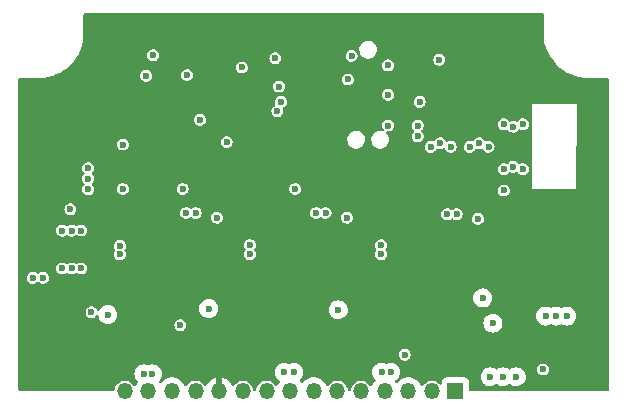
<source format=gbr>
%TF.GenerationSoftware,KiCad,Pcbnew,7.0.5*%
%TF.CreationDate,2023-08-21T12:06:50+01:00*%
%TF.ProjectId,ESC_Control_Board_STM32G071_V2,4553435f-436f-46e7-9472-6f6c5f426f61,rev?*%
%TF.SameCoordinates,Original*%
%TF.FileFunction,Copper,L5,Inr*%
%TF.FilePolarity,Positive*%
%FSLAX46Y46*%
G04 Gerber Fmt 4.6, Leading zero omitted, Abs format (unit mm)*
G04 Created by KiCad (PCBNEW 7.0.5) date 2023-08-21 12:06:50*
%MOMM*%
%LPD*%
G01*
G04 APERTURE LIST*
%TA.AperFunction,ComponentPad*%
%ADD10R,1.350000X1.350000*%
%TD*%
%TA.AperFunction,ComponentPad*%
%ADD11O,1.350000X1.350000*%
%TD*%
%TA.AperFunction,ViaPad*%
%ADD12C,0.600000*%
%TD*%
G04 APERTURE END LIST*
D10*
%TO.N,VBATT*%
%TO.C,J6*%
X145700000Y-79900000D03*
D11*
%TO.N,unconnected-(J6-Pin_2-Pad2)*%
X143700000Y-79900000D03*
%TO.N,/Gate_Drive/U_H*%
X141700000Y-79900000D03*
%TO.N,/BEMF_Feedback/pU*%
X139700000Y-79900000D03*
%TO.N,/Gate_Drive/U_L*%
X137700000Y-79900000D03*
%TO.N,unconnected-(J6-Pin_6-Pad6)*%
X135700000Y-79900000D03*
%TO.N,/Gate_Drive/V_H*%
X133700000Y-79900000D03*
%TO.N,/BEMF_Feedback/pV*%
X131700000Y-79900000D03*
%TO.N,/Gate_Drive/V_L*%
X129700000Y-79900000D03*
%TO.N,unconnected-(J6-Pin_10-Pad10)*%
X127700000Y-79900000D03*
%TO.N,GND*%
X125700000Y-79900000D03*
%TO.N,unconnected-(J6-Pin_12-Pad12)*%
X123700000Y-79900000D03*
%TO.N,/Gate_Drive/W_H*%
X121700000Y-79900000D03*
%TO.N,/BEMF_Feedback/pW*%
X119700000Y-79900000D03*
%TO.N,/Gate_Drive/W_L*%
X117700000Y-79900000D03*
%TD*%
D12*
%TO.N,GND*%
X137350000Y-69990000D03*
X126270000Y-70010000D03*
X154800000Y-70920000D03*
X127240000Y-60560000D03*
%TO.N,/BEMF_Feedback/pW*%
X116270000Y-73410000D03*
%TO.N,/BEMF_Feedback/pU*%
X148870000Y-74130000D03*
%TO.N,GND*%
X140740000Y-48640000D03*
X115680000Y-64470000D03*
X140670000Y-62610000D03*
X133350000Y-59260000D03*
X131390000Y-59250000D03*
X132560000Y-51700000D03*
X112530000Y-56530000D03*
X120990000Y-53670000D03*
X121770000Y-55640000D03*
X124900000Y-78400000D03*
X111600000Y-73200000D03*
X115310000Y-48990000D03*
X116470000Y-51780000D03*
X115660000Y-61810000D03*
X125700000Y-78100000D03*
X129600000Y-66300000D03*
X144400000Y-62100000D03*
X109460000Y-59820000D03*
X147700000Y-62100000D03*
X116470000Y-50130000D03*
X144300000Y-49000000D03*
X110000000Y-78700000D03*
X115630000Y-54870000D03*
X109300000Y-65420000D03*
X137100000Y-74400000D03*
X115590000Y-58080000D03*
X120900000Y-61420000D03*
X111190000Y-59830000D03*
X140700000Y-66399500D03*
X142500000Y-74199500D03*
X126435571Y-56033554D03*
X134800000Y-62300000D03*
X122990000Y-56900000D03*
X112800000Y-70300000D03*
X110000000Y-58100000D03*
X110330000Y-59810000D03*
X118600000Y-66200000D03*
X123510000Y-77970000D03*
X146900000Y-62100000D03*
X128250000Y-56040000D03*
X136490000Y-54770000D03*
X115520000Y-56480000D03*
X127800000Y-74700000D03*
X155300000Y-78300000D03*
X157000000Y-78600000D03*
X157330000Y-54580000D03*
X128300000Y-54290000D03*
X109210000Y-64470000D03*
X145200000Y-62100000D03*
X126450000Y-54330000D03*
X115610000Y-53410000D03*
X126500000Y-78400000D03*
X148500000Y-62100000D03*
X140130000Y-53570000D03*
X115570000Y-60200000D03*
X143600000Y-62100000D03*
X136500000Y-57340000D03*
X109240000Y-66370000D03*
X134640000Y-48740000D03*
X109550000Y-75110000D03*
X154300000Y-78300000D03*
X149910000Y-71840000D03*
X110000000Y-55100000D03*
X112800000Y-71300000D03*
%TO.N,/MCU/PA1*%
X117530000Y-59010000D03*
X153125000Y-78050000D03*
%TO.N,+3V3*%
X113200000Y-69500000D03*
X136900000Y-51500000D03*
X113100000Y-64500000D03*
X113200000Y-66300000D03*
X112400000Y-69500000D03*
X114000000Y-69500000D03*
X114600000Y-61900000D03*
X114006428Y-66291421D03*
X112400000Y-66300000D03*
X142675000Y-55395000D03*
X114600000Y-62800000D03*
X114600000Y-61000000D03*
X122975000Y-53125000D03*
%TO.N,/BEMF_Feedback/pU*%
X148000000Y-72000000D03*
X139440000Y-78290000D03*
X140220000Y-78290000D03*
%TO.N,/BEMF_Feedback/pV*%
X131200000Y-78300000D03*
X132000000Y-78300000D03*
X135775000Y-73000500D03*
%TO.N,/BEMF_Feedback/bW*%
X117540000Y-62770000D03*
X125500000Y-65200000D03*
%TO.N,/BEMF_Feedback/pW*%
X124800000Y-72900000D03*
X119320000Y-78430000D03*
X120040000Y-78420000D03*
%TO.N,+12V*%
X149800000Y-62900000D03*
X128295000Y-68290000D03*
X150600000Y-60900000D03*
X142500000Y-57400000D03*
X110800000Y-70300000D03*
X149800000Y-57300000D03*
X122900000Y-64800000D03*
X145300000Y-59200000D03*
X133900000Y-64800000D03*
X151400000Y-61100000D03*
X148500000Y-59200000D03*
X143600000Y-59200000D03*
X134700000Y-64800000D03*
X147700000Y-58900000D03*
X146900000Y-59200000D03*
X139395000Y-68290000D03*
X117280000Y-68310000D03*
X139395000Y-67520000D03*
X150600000Y-57500000D03*
X145000000Y-64900000D03*
X117280000Y-67590000D03*
X114880000Y-73200000D03*
X151400000Y-57300000D03*
X145800000Y-64900000D03*
X128295000Y-67510000D03*
X141400000Y-76800000D03*
X149800000Y-61100000D03*
X122400000Y-74300000D03*
X142500000Y-58300000D03*
X109900000Y-70300000D03*
X144400000Y-58900000D03*
X123700000Y-64800000D03*
%TO.N,/BEMF_Feedback/bV*%
X119500500Y-53200000D03*
X136500000Y-65200000D03*
%TO.N,/BEMF_Feedback/bU*%
X120100000Y-51440000D03*
X147600000Y-65300000D03*
%TO.N,/MCU/PB4*%
X127620000Y-52480000D03*
X144325000Y-51825000D03*
%TO.N,/Gate_Drive/V_HIN*%
X130925000Y-55400000D03*
X132120111Y-62770500D03*
%TO.N,/Gate_Drive/W_HIN*%
X130625000Y-56175500D03*
X122600000Y-62770500D03*
%TO.N,VBATT*%
X153325000Y-73525000D03*
X149750000Y-78675000D03*
X155125000Y-73525000D03*
X148650000Y-78675000D03*
X150850000Y-78675000D03*
X154225000Y-73525000D03*
%TO.N,/MCU/NRST*%
X140000000Y-52300000D03*
X124060000Y-56920000D03*
%TO.N,/MCU/SWO*%
X126325000Y-58799500D03*
X140000000Y-57400000D03*
%TO.N,/MCU/SWDIO*%
X136600000Y-53500000D03*
X130770000Y-54100000D03*
%TO.N,/MCU/TDI*%
X130450000Y-51700500D03*
X140000000Y-54800000D03*
%TD*%
%TA.AperFunction,Conductor*%
%TO.N,GND*%
G36*
X153158691Y-47919407D02*
G01*
X153194655Y-47968907D01*
X153199500Y-47999500D01*
X153199500Y-50113263D01*
X153195953Y-50124510D01*
X153230583Y-50326856D01*
X153230585Y-50326867D01*
X153288472Y-50541487D01*
X153288991Y-50543591D01*
X153300447Y-50594902D01*
X153306555Y-50608527D01*
X153326631Y-50682963D01*
X153326634Y-50682972D01*
X153392636Y-50859616D01*
X153417036Y-50924917D01*
X153417645Y-50926644D01*
X153429189Y-50961410D01*
X153433504Y-50968993D01*
X153455730Y-51028476D01*
X153500324Y-51120391D01*
X153588580Y-51302297D01*
X153589213Y-51303654D01*
X153593701Y-51313665D01*
X153594969Y-51315466D01*
X153616729Y-51360317D01*
X153808195Y-51675537D01*
X153808206Y-51675555D01*
X153836362Y-51713373D01*
X154028463Y-51971398D01*
X154241188Y-52207144D01*
X154275557Y-52245233D01*
X154547293Y-52494628D01*
X154547306Y-52494638D01*
X154547311Y-52494642D01*
X154841262Y-52717376D01*
X154841267Y-52717379D01*
X155154877Y-52911511D01*
X155485346Y-53075308D01*
X155829747Y-53207317D01*
X155877764Y-53220704D01*
X155878798Y-53221390D01*
X155890389Y-53224247D01*
X155891830Y-53224626D01*
X156184920Y-53306340D01*
X156185031Y-53306371D01*
X156247526Y-53317599D01*
X156251890Y-53319937D01*
X156291959Y-53325616D01*
X156293733Y-53325900D01*
X156548053Y-53371592D01*
X156624893Y-53378033D01*
X156632742Y-53381331D01*
X156691840Y-53383692D01*
X156693971Y-53383824D01*
X156915598Y-53402403D01*
X157058752Y-53400924D01*
X157099935Y-53400500D01*
X157100005Y-53400500D01*
X158600500Y-53400500D01*
X158658691Y-53419407D01*
X158694655Y-53468907D01*
X158699500Y-53499500D01*
X158699500Y-79800500D01*
X158680593Y-79858691D01*
X158631093Y-79894655D01*
X158600500Y-79899500D01*
X146974499Y-79899500D01*
X146916308Y-79880593D01*
X146880344Y-79831093D01*
X146875499Y-79800500D01*
X146875499Y-79177132D01*
X146875499Y-79177128D01*
X146869091Y-79117517D01*
X146864305Y-79104684D01*
X146818797Y-78982670D01*
X146732549Y-78867458D01*
X146732548Y-78867457D01*
X146732546Y-78867454D01*
X146732541Y-78867450D01*
X146617329Y-78781202D01*
X146482488Y-78730910D01*
X146482483Y-78730909D01*
X146482481Y-78730908D01*
X146482477Y-78730908D01*
X146451249Y-78727550D01*
X146422873Y-78724500D01*
X146422870Y-78724500D01*
X144977133Y-78724500D01*
X144977129Y-78724500D01*
X144977128Y-78724501D01*
X144969949Y-78725272D01*
X144917519Y-78730908D01*
X144917514Y-78730909D01*
X144782670Y-78781202D01*
X144667458Y-78867450D01*
X144667450Y-78867458D01*
X144581202Y-78982670D01*
X144530910Y-79117511D01*
X144530908Y-79117522D01*
X144524500Y-79177129D01*
X144524500Y-79249382D01*
X144505593Y-79307573D01*
X144456093Y-79343537D01*
X144394907Y-79343537D01*
X144351929Y-79315626D01*
X144289055Y-79245797D01*
X144289054Y-79245796D01*
X144289050Y-79245793D01*
X144140161Y-79137619D01*
X144140157Y-79137617D01*
X144140154Y-79137615D01*
X143972036Y-79062765D01*
X143972034Y-79062764D01*
X143972031Y-79062763D01*
X143972030Y-79062763D01*
X143911119Y-79049816D01*
X143792019Y-79024500D01*
X143607981Y-79024500D01*
X143510797Y-79045157D01*
X143427969Y-79062763D01*
X143427963Y-79062765D01*
X143259845Y-79137615D01*
X143259842Y-79137617D01*
X143110948Y-79245794D01*
X142987804Y-79382561D01*
X142955262Y-79438925D01*
X142909792Y-79479866D01*
X142848941Y-79486260D01*
X142795954Y-79455667D01*
X142780905Y-79433552D01*
X142755513Y-79382559D01*
X142703712Y-79278528D01*
X142572427Y-79104678D01*
X142411432Y-78957912D01*
X142226210Y-78843228D01*
X142023069Y-78764530D01*
X142023068Y-78764529D01*
X142023066Y-78764529D01*
X141808926Y-78724500D01*
X141591074Y-78724500D01*
X141376933Y-78764529D01*
X141338230Y-78779523D01*
X141173790Y-78843228D01*
X140988568Y-78957912D01*
X140988565Y-78957914D01*
X140827573Y-79104678D01*
X140779003Y-79168995D01*
X140728847Y-79204037D01*
X140667672Y-79202906D01*
X140620998Y-79168996D01*
X140609271Y-79153468D01*
X140590980Y-79129246D01*
X140571000Y-79071418D01*
X140588827Y-79012887D01*
X140617310Y-78985761D01*
X140722262Y-78919816D01*
X140849816Y-78792262D01*
X140923497Y-78675000D01*
X147844435Y-78675000D01*
X147864632Y-78854257D01*
X147864633Y-78854261D01*
X147924211Y-79024522D01*
X147924211Y-79024523D01*
X148020100Y-79177129D01*
X148020184Y-79177262D01*
X148147738Y-79304816D01*
X148147740Y-79304817D01*
X148147741Y-79304818D01*
X148300474Y-79400787D01*
X148300478Y-79400789D01*
X148368657Y-79424646D01*
X148470738Y-79460366D01*
X148470742Y-79460367D01*
X148470745Y-79460368D01*
X148650000Y-79480565D01*
X148829255Y-79460368D01*
X148999522Y-79400789D01*
X148999524Y-79400787D01*
X148999526Y-79400787D01*
X149147328Y-79307916D01*
X149206659Y-79292965D01*
X149252672Y-79307916D01*
X149400473Y-79400787D01*
X149400476Y-79400787D01*
X149400478Y-79400789D01*
X149471844Y-79425761D01*
X149570738Y-79460366D01*
X149570742Y-79460367D01*
X149570745Y-79460368D01*
X149750000Y-79480565D01*
X149929255Y-79460368D01*
X150099522Y-79400789D01*
X150247329Y-79307915D01*
X150306658Y-79292965D01*
X150352670Y-79307915D01*
X150500474Y-79400787D01*
X150500478Y-79400789D01*
X150568657Y-79424646D01*
X150670738Y-79460366D01*
X150670742Y-79460367D01*
X150670745Y-79460368D01*
X150850000Y-79480565D01*
X151029255Y-79460368D01*
X151199522Y-79400789D01*
X151352262Y-79304816D01*
X151479816Y-79177262D01*
X151575789Y-79024522D01*
X151635368Y-78854255D01*
X151655565Y-78675000D01*
X151635368Y-78495745D01*
X151626099Y-78469257D01*
X151608864Y-78420000D01*
X151575789Y-78325478D01*
X151574466Y-78323373D01*
X151479818Y-78172741D01*
X151479817Y-78172740D01*
X151479816Y-78172738D01*
X151357080Y-78050002D01*
X152619353Y-78050002D01*
X152639834Y-78192456D01*
X152684382Y-78290000D01*
X152699623Y-78323373D01*
X152783350Y-78420000D01*
X152793873Y-78432144D01*
X152914942Y-78509950D01*
X152914947Y-78509953D01*
X153021403Y-78541211D01*
X153053035Y-78550499D01*
X153053036Y-78550499D01*
X153053039Y-78550500D01*
X153053041Y-78550500D01*
X153196959Y-78550500D01*
X153196961Y-78550500D01*
X153335053Y-78509953D01*
X153456128Y-78432143D01*
X153550377Y-78323373D01*
X153610165Y-78192457D01*
X153630647Y-78050000D01*
X153629954Y-78045181D01*
X153610165Y-77907543D01*
X153561135Y-77800184D01*
X153550377Y-77776627D01*
X153456128Y-77667857D01*
X153456127Y-77667856D01*
X153456126Y-77667855D01*
X153335057Y-77590049D01*
X153335054Y-77590047D01*
X153335053Y-77590047D01*
X153333684Y-77589645D01*
X153196964Y-77549500D01*
X153196961Y-77549500D01*
X153053039Y-77549500D01*
X153053035Y-77549500D01*
X152914949Y-77590046D01*
X152914942Y-77590049D01*
X152793873Y-77667855D01*
X152699622Y-77776628D01*
X152639834Y-77907543D01*
X152619353Y-78049997D01*
X152619353Y-78050002D01*
X151357080Y-78050002D01*
X151352262Y-78045184D01*
X151352259Y-78045182D01*
X151352258Y-78045181D01*
X151199523Y-77949211D01*
X151029261Y-77889633D01*
X151029257Y-77889632D01*
X150850000Y-77869435D01*
X150670742Y-77889632D01*
X150670738Y-77889633D01*
X150500477Y-77949211D01*
X150500476Y-77949211D01*
X150352670Y-78042084D01*
X150293339Y-78057034D01*
X150247328Y-78042084D01*
X150099523Y-77949211D01*
X149929261Y-77889633D01*
X149929257Y-77889632D01*
X149750000Y-77869435D01*
X149570742Y-77889632D01*
X149570738Y-77889633D01*
X149400477Y-77949211D01*
X149400476Y-77949211D01*
X149252671Y-78042084D01*
X149193340Y-78057034D01*
X149147329Y-78042084D01*
X148999523Y-77949211D01*
X148829261Y-77889633D01*
X148829257Y-77889632D01*
X148650000Y-77869435D01*
X148470742Y-77889632D01*
X148470738Y-77889633D01*
X148300477Y-77949211D01*
X148300476Y-77949211D01*
X148147741Y-78045181D01*
X148020181Y-78172741D01*
X147924211Y-78325476D01*
X147924211Y-78325477D01*
X147864633Y-78495738D01*
X147864632Y-78495742D01*
X147844435Y-78675000D01*
X140923497Y-78675000D01*
X140945789Y-78639522D01*
X141005368Y-78469255D01*
X141025565Y-78290000D01*
X141005368Y-78110745D01*
X140999131Y-78092922D01*
X140949288Y-77950478D01*
X140945789Y-77940478D01*
X140931502Y-77917741D01*
X140849818Y-77787741D01*
X140849817Y-77787740D01*
X140849816Y-77787738D01*
X140722262Y-77660184D01*
X140722259Y-77660182D01*
X140722258Y-77660181D01*
X140569523Y-77564211D01*
X140399261Y-77504633D01*
X140399257Y-77504632D01*
X140220000Y-77484435D01*
X140040742Y-77504632D01*
X140040738Y-77504633D01*
X139865231Y-77566047D01*
X139864570Y-77564159D01*
X139812297Y-77571226D01*
X139794931Y-77565583D01*
X139794769Y-77566047D01*
X139619261Y-77504633D01*
X139619257Y-77504632D01*
X139440000Y-77484435D01*
X139260742Y-77504632D01*
X139260738Y-77504633D01*
X139090477Y-77564211D01*
X139090476Y-77564211D01*
X138937741Y-77660181D01*
X138810181Y-77787741D01*
X138714211Y-77940476D01*
X138714211Y-77940477D01*
X138654633Y-78110738D01*
X138654632Y-78110742D01*
X138634435Y-78290000D01*
X138654632Y-78469257D01*
X138654633Y-78469261D01*
X138714211Y-78639522D01*
X138714211Y-78639523D01*
X138810181Y-78792258D01*
X138810184Y-78792262D01*
X138908593Y-78890671D01*
X138936369Y-78945186D01*
X138926798Y-79005618D01*
X138905284Y-79033834D01*
X138827576Y-79104674D01*
X138696289Y-79278526D01*
X138696286Y-79278531D01*
X138619094Y-79433553D01*
X138576231Y-79477215D01*
X138515890Y-79487344D01*
X138461119Y-79460071D01*
X138444737Y-79438924D01*
X138437137Y-79425761D01*
X138412195Y-79382560D01*
X138289050Y-79245793D01*
X138140161Y-79137619D01*
X138140157Y-79137617D01*
X138140154Y-79137615D01*
X137972036Y-79062765D01*
X137972034Y-79062764D01*
X137972031Y-79062763D01*
X137972030Y-79062763D01*
X137911119Y-79049816D01*
X137792019Y-79024500D01*
X137607981Y-79024500D01*
X137510797Y-79045157D01*
X137427969Y-79062763D01*
X137427963Y-79062765D01*
X137259845Y-79137615D01*
X137259842Y-79137617D01*
X137110948Y-79245794D01*
X136987803Y-79382562D01*
X136987803Y-79382563D01*
X136895790Y-79541931D01*
X136895784Y-79541945D01*
X136838916Y-79716965D01*
X136838915Y-79716969D01*
X136838915Y-79716971D01*
X136829048Y-79810849D01*
X136804162Y-79866744D01*
X136751174Y-79897337D01*
X136730591Y-79899500D01*
X136669409Y-79899500D01*
X136611218Y-79880593D01*
X136575254Y-79831093D01*
X136570952Y-79810853D01*
X136561085Y-79716971D01*
X136504214Y-79541941D01*
X136504211Y-79541936D01*
X136504209Y-79541931D01*
X136456935Y-79460052D01*
X136412195Y-79382560D01*
X136289050Y-79245793D01*
X136140161Y-79137619D01*
X136140157Y-79137617D01*
X136140154Y-79137615D01*
X135972036Y-79062765D01*
X135972034Y-79062764D01*
X135972031Y-79062763D01*
X135972030Y-79062763D01*
X135911119Y-79049816D01*
X135792019Y-79024500D01*
X135607981Y-79024500D01*
X135510797Y-79045157D01*
X135427969Y-79062763D01*
X135427963Y-79062765D01*
X135259845Y-79137615D01*
X135259842Y-79137617D01*
X135110948Y-79245794D01*
X134987804Y-79382561D01*
X134955262Y-79438925D01*
X134909792Y-79479866D01*
X134848941Y-79486260D01*
X134795954Y-79455667D01*
X134780905Y-79433552D01*
X134755513Y-79382559D01*
X134703712Y-79278528D01*
X134572427Y-79104678D01*
X134411432Y-78957912D01*
X134226210Y-78843228D01*
X134023069Y-78764530D01*
X134023068Y-78764529D01*
X134023066Y-78764529D01*
X133808926Y-78724500D01*
X133591074Y-78724500D01*
X133376933Y-78764529D01*
X133338230Y-78779523D01*
X133173790Y-78843228D01*
X132988568Y-78957912D01*
X132988565Y-78957914D01*
X132827573Y-79104678D01*
X132779003Y-79168995D01*
X132728847Y-79204037D01*
X132667672Y-79202906D01*
X132620997Y-79168995D01*
X132598159Y-79138753D01*
X132572427Y-79104678D01*
X132520870Y-79057678D01*
X132490605Y-79004503D01*
X132497376Y-78943693D01*
X132517561Y-78914516D01*
X132629816Y-78802262D01*
X132725789Y-78649522D01*
X132785368Y-78479255D01*
X132805565Y-78300000D01*
X132785368Y-78120745D01*
X132781866Y-78110738D01*
X132757843Y-78042084D01*
X132725789Y-77950478D01*
X132719504Y-77940476D01*
X132629818Y-77797741D01*
X132629817Y-77797740D01*
X132629816Y-77797738D01*
X132502262Y-77670184D01*
X132502259Y-77670182D01*
X132502258Y-77670181D01*
X132349523Y-77574211D01*
X132179261Y-77514633D01*
X132179257Y-77514632D01*
X132000000Y-77494435D01*
X131820742Y-77514632D01*
X131820738Y-77514633D01*
X131650474Y-77574212D01*
X131645466Y-77576624D01*
X131644618Y-77574863D01*
X131593333Y-77587782D01*
X131555136Y-77575371D01*
X131554534Y-77576624D01*
X131549525Y-77574212D01*
X131379261Y-77514633D01*
X131379257Y-77514632D01*
X131200000Y-77494435D01*
X131020742Y-77514632D01*
X131020738Y-77514633D01*
X130850477Y-77574211D01*
X130850476Y-77574211D01*
X130697741Y-77670181D01*
X130570181Y-77797741D01*
X130474211Y-77950476D01*
X130474211Y-77950477D01*
X130414633Y-78120738D01*
X130414632Y-78120742D01*
X130394435Y-78300000D01*
X130414632Y-78479257D01*
X130414633Y-78479261D01*
X130474211Y-78649522D01*
X130474211Y-78649523D01*
X130570181Y-78802258D01*
X130570184Y-78802262D01*
X130697738Y-78929816D01*
X130784002Y-78984019D01*
X130823213Y-79030986D01*
X130827329Y-79092033D01*
X130810334Y-79127504D01*
X130696293Y-79278520D01*
X130696286Y-79278531D01*
X130619094Y-79433553D01*
X130576231Y-79477215D01*
X130515890Y-79487344D01*
X130461119Y-79460071D01*
X130444737Y-79438924D01*
X130437137Y-79425761D01*
X130412195Y-79382560D01*
X130289050Y-79245793D01*
X130140161Y-79137619D01*
X130140157Y-79137617D01*
X130140154Y-79137615D01*
X129972036Y-79062765D01*
X129972034Y-79062764D01*
X129972031Y-79062763D01*
X129972030Y-79062763D01*
X129911119Y-79049816D01*
X129792019Y-79024500D01*
X129607981Y-79024500D01*
X129510797Y-79045157D01*
X129427969Y-79062763D01*
X129427963Y-79062765D01*
X129259845Y-79137615D01*
X129259842Y-79137617D01*
X129110948Y-79245794D01*
X128987803Y-79382562D01*
X128987803Y-79382563D01*
X128895790Y-79541931D01*
X128895784Y-79541945D01*
X128838916Y-79716965D01*
X128838915Y-79716969D01*
X128838915Y-79716971D01*
X128829048Y-79810849D01*
X128804162Y-79866744D01*
X128751174Y-79897337D01*
X128730591Y-79899500D01*
X128669409Y-79899500D01*
X128611218Y-79880593D01*
X128575254Y-79831093D01*
X128570952Y-79810853D01*
X128561085Y-79716971D01*
X128504214Y-79541941D01*
X128504211Y-79541936D01*
X128504209Y-79541931D01*
X128456935Y-79460052D01*
X128412195Y-79382560D01*
X128289050Y-79245793D01*
X128140161Y-79137619D01*
X128140157Y-79137617D01*
X128140154Y-79137615D01*
X127972036Y-79062765D01*
X127972034Y-79062764D01*
X127972031Y-79062763D01*
X127972030Y-79062763D01*
X127911119Y-79049816D01*
X127792019Y-79024500D01*
X127607981Y-79024500D01*
X127510797Y-79045157D01*
X127427969Y-79062763D01*
X127427963Y-79062765D01*
X127259845Y-79137615D01*
X127259842Y-79137617D01*
X127110948Y-79245794D01*
X127055323Y-79307573D01*
X126987805Y-79382560D01*
X126965469Y-79421245D01*
X126959760Y-79431135D01*
X126914289Y-79472075D01*
X126853439Y-79478469D01*
X126800451Y-79447876D01*
X126785403Y-79425761D01*
X126710119Y-79274570D01*
X126710114Y-79274561D01*
X126577991Y-79099603D01*
X126415970Y-78951901D01*
X126229565Y-78836485D01*
X126025130Y-78757286D01*
X126025124Y-78757284D01*
X125954000Y-78743989D01*
X125954000Y-79588314D01*
X125938045Y-79572359D01*
X125825148Y-79514835D01*
X125731481Y-79500000D01*
X125668519Y-79500000D01*
X125574852Y-79514835D01*
X125461955Y-79572359D01*
X125445999Y-79588314D01*
X125445999Y-78743989D01*
X125445998Y-78743989D01*
X125374875Y-78757284D01*
X125374869Y-78757286D01*
X125170434Y-78836485D01*
X124984029Y-78951901D01*
X124822008Y-79099603D01*
X124689885Y-79274561D01*
X124689880Y-79274570D01*
X124614596Y-79425761D01*
X124571733Y-79469424D01*
X124511392Y-79479553D01*
X124456621Y-79452280D01*
X124440239Y-79431133D01*
X124432832Y-79418304D01*
X124412195Y-79382560D01*
X124289050Y-79245793D01*
X124140161Y-79137619D01*
X124140157Y-79137617D01*
X124140154Y-79137615D01*
X123972036Y-79062765D01*
X123972034Y-79062764D01*
X123972031Y-79062763D01*
X123972030Y-79062763D01*
X123911119Y-79049816D01*
X123792019Y-79024500D01*
X123607981Y-79024500D01*
X123510797Y-79045157D01*
X123427969Y-79062763D01*
X123427963Y-79062765D01*
X123259845Y-79137615D01*
X123259842Y-79137617D01*
X123110948Y-79245794D01*
X122987804Y-79382561D01*
X122955262Y-79438925D01*
X122909792Y-79479866D01*
X122848941Y-79486260D01*
X122795954Y-79455667D01*
X122780905Y-79433552D01*
X122755513Y-79382559D01*
X122703712Y-79278528D01*
X122572427Y-79104678D01*
X122411432Y-78957912D01*
X122226210Y-78843228D01*
X122023069Y-78764530D01*
X122023068Y-78764529D01*
X122023066Y-78764529D01*
X121808926Y-78724500D01*
X121591074Y-78724500D01*
X121376933Y-78764529D01*
X121338230Y-78779523D01*
X121173790Y-78843228D01*
X120988568Y-78957912D01*
X120988565Y-78957914D01*
X120827574Y-79104677D01*
X120827568Y-79104684D01*
X120779002Y-79168995D01*
X120728846Y-79204037D01*
X120667671Y-79202906D01*
X120620994Y-79168992D01*
X120587759Y-79124980D01*
X120567781Y-79067149D01*
X120585611Y-79008619D01*
X120596754Y-78995323D01*
X120669816Y-78922262D01*
X120765789Y-78769522D01*
X120825368Y-78599255D01*
X120845565Y-78420000D01*
X120825368Y-78240745D01*
X120765789Y-78070478D01*
X120676099Y-77927738D01*
X120669818Y-77917741D01*
X120669817Y-77917740D01*
X120669816Y-77917738D01*
X120542262Y-77790184D01*
X120542259Y-77790182D01*
X120542258Y-77790181D01*
X120389523Y-77694211D01*
X120219261Y-77634633D01*
X120219257Y-77634632D01*
X120040000Y-77614435D01*
X119860742Y-77634632D01*
X119698407Y-77691436D01*
X119637237Y-77692808D01*
X119633012Y-77691435D01*
X119499261Y-77644633D01*
X119499257Y-77644632D01*
X119320000Y-77624435D01*
X119140742Y-77644632D01*
X119140738Y-77644633D01*
X118970477Y-77704211D01*
X118970476Y-77704211D01*
X118817741Y-77800181D01*
X118690181Y-77927741D01*
X118594211Y-78080476D01*
X118594211Y-78080477D01*
X118534633Y-78250738D01*
X118534632Y-78250742D01*
X118514435Y-78430000D01*
X118534632Y-78609257D01*
X118534633Y-78609261D01*
X118594211Y-78779522D01*
X118594211Y-78779523D01*
X118688647Y-78929816D01*
X118690184Y-78932262D01*
X118781728Y-79023806D01*
X118809504Y-79078321D01*
X118799933Y-79138753D01*
X118790727Y-79153468D01*
X118696293Y-79278520D01*
X118696286Y-79278531D01*
X118619094Y-79433553D01*
X118576231Y-79477215D01*
X118515890Y-79487344D01*
X118461119Y-79460071D01*
X118444737Y-79438924D01*
X118437137Y-79425761D01*
X118412195Y-79382560D01*
X118289050Y-79245793D01*
X118140161Y-79137619D01*
X118140157Y-79137617D01*
X118140154Y-79137615D01*
X117972036Y-79062765D01*
X117972034Y-79062764D01*
X117972031Y-79062763D01*
X117972030Y-79062763D01*
X117911119Y-79049816D01*
X117792019Y-79024500D01*
X117607981Y-79024500D01*
X117510797Y-79045157D01*
X117427969Y-79062763D01*
X117427963Y-79062765D01*
X117259845Y-79137615D01*
X117259842Y-79137617D01*
X117110948Y-79245794D01*
X116987803Y-79382562D01*
X116987803Y-79382563D01*
X116895790Y-79541931D01*
X116895784Y-79541945D01*
X116838916Y-79716965D01*
X116838915Y-79716969D01*
X116838915Y-79716971D01*
X116829048Y-79810849D01*
X116804162Y-79866744D01*
X116751174Y-79897337D01*
X116730591Y-79899500D01*
X108799500Y-79899500D01*
X108741309Y-79880593D01*
X108705345Y-79831093D01*
X108700500Y-79800500D01*
X108700500Y-76800002D01*
X140894353Y-76800002D01*
X140914834Y-76942456D01*
X140974622Y-77073371D01*
X140974623Y-77073373D01*
X141068872Y-77182143D01*
X141068873Y-77182144D01*
X141189942Y-77259950D01*
X141189947Y-77259953D01*
X141296403Y-77291211D01*
X141328035Y-77300499D01*
X141328036Y-77300499D01*
X141328039Y-77300500D01*
X141328041Y-77300500D01*
X141471959Y-77300500D01*
X141471961Y-77300500D01*
X141610053Y-77259953D01*
X141731128Y-77182143D01*
X141825377Y-77073373D01*
X141885165Y-76942457D01*
X141905647Y-76800000D01*
X141885165Y-76657543D01*
X141825377Y-76526627D01*
X141731128Y-76417857D01*
X141731127Y-76417856D01*
X141731126Y-76417855D01*
X141610057Y-76340049D01*
X141610054Y-76340047D01*
X141610053Y-76340047D01*
X141610050Y-76340046D01*
X141471964Y-76299500D01*
X141471961Y-76299500D01*
X141328039Y-76299500D01*
X141328035Y-76299500D01*
X141189949Y-76340046D01*
X141189942Y-76340049D01*
X141068873Y-76417855D01*
X140974622Y-76526628D01*
X140914834Y-76657543D01*
X140894353Y-76799997D01*
X140894353Y-76800002D01*
X108700500Y-76800002D01*
X108700500Y-74300002D01*
X121894353Y-74300002D01*
X121914834Y-74442456D01*
X121974622Y-74573371D01*
X121974623Y-74573373D01*
X122068872Y-74682143D01*
X122068873Y-74682144D01*
X122189737Y-74759818D01*
X122189947Y-74759953D01*
X122296403Y-74791211D01*
X122328035Y-74800499D01*
X122328036Y-74800499D01*
X122328039Y-74800500D01*
X122328041Y-74800500D01*
X122471959Y-74800500D01*
X122471961Y-74800500D01*
X122610053Y-74759953D01*
X122731128Y-74682143D01*
X122825377Y-74573373D01*
X122885165Y-74442457D01*
X122891992Y-74394971D01*
X122905647Y-74300002D01*
X122905647Y-74299997D01*
X122885165Y-74157543D01*
X122872586Y-74130000D01*
X148064435Y-74130000D01*
X148084632Y-74309257D01*
X148084633Y-74309261D01*
X148144211Y-74479522D01*
X148144211Y-74479523D01*
X148240181Y-74632258D01*
X148240184Y-74632262D01*
X148367738Y-74759816D01*
X148367740Y-74759817D01*
X148367741Y-74759818D01*
X148432484Y-74800499D01*
X148520478Y-74855789D01*
X148588657Y-74879646D01*
X148690738Y-74915366D01*
X148690742Y-74915367D01*
X148690745Y-74915368D01*
X148870000Y-74935565D01*
X149049255Y-74915368D01*
X149219522Y-74855789D01*
X149372262Y-74759816D01*
X149499816Y-74632262D01*
X149595789Y-74479522D01*
X149655368Y-74309255D01*
X149675565Y-74130000D01*
X149655368Y-73950745D01*
X149643859Y-73917855D01*
X149616633Y-73840047D01*
X149595789Y-73780478D01*
X149582621Y-73759522D01*
X149499818Y-73627741D01*
X149499817Y-73627740D01*
X149499816Y-73627738D01*
X149397078Y-73525000D01*
X152519435Y-73525000D01*
X152539632Y-73704257D01*
X152539633Y-73704261D01*
X152599211Y-73874522D01*
X152599211Y-73874523D01*
X152695181Y-74027258D01*
X152695184Y-74027262D01*
X152822738Y-74154816D01*
X152822740Y-74154817D01*
X152822741Y-74154818D01*
X152919417Y-74215564D01*
X152975478Y-74250789D01*
X153043657Y-74274646D01*
X153145738Y-74310366D01*
X153145742Y-74310367D01*
X153145745Y-74310368D01*
X153325000Y-74330565D01*
X153504255Y-74310368D01*
X153533880Y-74300002D01*
X153674522Y-74250789D01*
X153674521Y-74250788D01*
X153722329Y-74220749D01*
X153781658Y-74205799D01*
X153827670Y-74220749D01*
X153855763Y-74238401D01*
X153875477Y-74250789D01*
X154045738Y-74310366D01*
X154045742Y-74310367D01*
X154045745Y-74310368D01*
X154225000Y-74330565D01*
X154404255Y-74310368D01*
X154433880Y-74300002D01*
X154574522Y-74250789D01*
X154574524Y-74250788D01*
X154622329Y-74220749D01*
X154681658Y-74205799D01*
X154727670Y-74220749D01*
X154755763Y-74238401D01*
X154775477Y-74250789D01*
X154945738Y-74310366D01*
X154945742Y-74310367D01*
X154945745Y-74310368D01*
X155125000Y-74330565D01*
X155304255Y-74310368D01*
X155474522Y-74250789D01*
X155627262Y-74154816D01*
X155754816Y-74027262D01*
X155850789Y-73874522D01*
X155910368Y-73704255D01*
X155930565Y-73525000D01*
X155910368Y-73345745D01*
X155909217Y-73342457D01*
X155876698Y-73249522D01*
X155850789Y-73175478D01*
X155805847Y-73103954D01*
X155754818Y-73022741D01*
X155754817Y-73022740D01*
X155754816Y-73022738D01*
X155627262Y-72895184D01*
X155627259Y-72895182D01*
X155627258Y-72895181D01*
X155474523Y-72799211D01*
X155304261Y-72739633D01*
X155304257Y-72739632D01*
X155181385Y-72725788D01*
X155125000Y-72719435D01*
X155124999Y-72719435D01*
X154945742Y-72739632D01*
X154945738Y-72739633D01*
X154775479Y-72799210D01*
X154727670Y-72829250D01*
X154668339Y-72844199D01*
X154622330Y-72829250D01*
X154574520Y-72799210D01*
X154404261Y-72739633D01*
X154404257Y-72739632D01*
X154281385Y-72725788D01*
X154225000Y-72719435D01*
X154224999Y-72719435D01*
X154045742Y-72739632D01*
X154045738Y-72739633D01*
X153875479Y-72799210D01*
X153827670Y-72829250D01*
X153768339Y-72844199D01*
X153722330Y-72829250D01*
X153674520Y-72799210D01*
X153504261Y-72739633D01*
X153504257Y-72739632D01*
X153381385Y-72725788D01*
X153325000Y-72719435D01*
X153324999Y-72719435D01*
X153145742Y-72739632D01*
X153145738Y-72739633D01*
X152975477Y-72799211D01*
X152975476Y-72799211D01*
X152822741Y-72895181D01*
X152695181Y-73022741D01*
X152599211Y-73175476D01*
X152599211Y-73175477D01*
X152539633Y-73345738D01*
X152539632Y-73345742D01*
X152519435Y-73525000D01*
X149397078Y-73525000D01*
X149372262Y-73500184D01*
X149372259Y-73500182D01*
X149372258Y-73500181D01*
X149219523Y-73404211D01*
X149049261Y-73344633D01*
X149049257Y-73344632D01*
X148870000Y-73324435D01*
X148690742Y-73344632D01*
X148690738Y-73344633D01*
X148520477Y-73404211D01*
X148520476Y-73404211D01*
X148367741Y-73500181D01*
X148240181Y-73627741D01*
X148144211Y-73780476D01*
X148144211Y-73780477D01*
X148084633Y-73950738D01*
X148084632Y-73950742D01*
X148064435Y-74130000D01*
X122872586Y-74130000D01*
X122825377Y-74026628D01*
X122825377Y-74026627D01*
X122731128Y-73917857D01*
X122731127Y-73917856D01*
X122731126Y-73917855D01*
X122610057Y-73840049D01*
X122610054Y-73840047D01*
X122610053Y-73840047D01*
X122610050Y-73840046D01*
X122471964Y-73799500D01*
X122471961Y-73799500D01*
X122328039Y-73799500D01*
X122328035Y-73799500D01*
X122189949Y-73840046D01*
X122189942Y-73840049D01*
X122068873Y-73917855D01*
X121974622Y-74026628D01*
X121914834Y-74157543D01*
X121894353Y-74299997D01*
X121894353Y-74300002D01*
X108700500Y-74300002D01*
X108700500Y-73200002D01*
X114374353Y-73200002D01*
X114394834Y-73342456D01*
X114454622Y-73473371D01*
X114454623Y-73473373D01*
X114548872Y-73582143D01*
X114548873Y-73582144D01*
X114623834Y-73630318D01*
X114669947Y-73659953D01*
X114756504Y-73685368D01*
X114808035Y-73700499D01*
X114808036Y-73700499D01*
X114808039Y-73700500D01*
X114808041Y-73700500D01*
X114951959Y-73700500D01*
X114951961Y-73700500D01*
X115090053Y-73659953D01*
X115211128Y-73582143D01*
X115304544Y-73474333D01*
X115356938Y-73442739D01*
X115417899Y-73447974D01*
X115464140Y-73488042D01*
X115477739Y-73528079D01*
X115482422Y-73569647D01*
X115484632Y-73589257D01*
X115484633Y-73589261D01*
X115544211Y-73759522D01*
X115544211Y-73759523D01*
X115640181Y-73912258D01*
X115640184Y-73912262D01*
X115767738Y-74039816D01*
X115767740Y-74039817D01*
X115767741Y-74039818D01*
X115911264Y-74130000D01*
X115920478Y-74135789D01*
X115974854Y-74154816D01*
X116090738Y-74195366D01*
X116090742Y-74195367D01*
X116090745Y-74195368D01*
X116270000Y-74215565D01*
X116449255Y-74195368D01*
X116619522Y-74135789D01*
X116772262Y-74039816D01*
X116899816Y-73912262D01*
X116995789Y-73759522D01*
X117055368Y-73589255D01*
X117075565Y-73410000D01*
X117055368Y-73230745D01*
X116995789Y-73060478D01*
X116972075Y-73022738D01*
X116899818Y-72907741D01*
X116899817Y-72907740D01*
X116899816Y-72907738D01*
X116892078Y-72900000D01*
X123994435Y-72900000D01*
X124014632Y-73079257D01*
X124014633Y-73079261D01*
X124074211Y-73249522D01*
X124074211Y-73249523D01*
X124170181Y-73402258D01*
X124170184Y-73402262D01*
X124297738Y-73529816D01*
X124297740Y-73529817D01*
X124297741Y-73529818D01*
X124392337Y-73589257D01*
X124450478Y-73625789D01*
X124518657Y-73649646D01*
X124620738Y-73685366D01*
X124620742Y-73685367D01*
X124620745Y-73685368D01*
X124800000Y-73705565D01*
X124979255Y-73685368D01*
X125149522Y-73625789D01*
X125302262Y-73529816D01*
X125429816Y-73402262D01*
X125525789Y-73249522D01*
X125585368Y-73079255D01*
X125594242Y-73000499D01*
X134969435Y-73000499D01*
X134989632Y-73179757D01*
X134989633Y-73179761D01*
X135049211Y-73350022D01*
X135049211Y-73350023D01*
X135143562Y-73500181D01*
X135145184Y-73502762D01*
X135272738Y-73630316D01*
X135272740Y-73630317D01*
X135272741Y-73630318D01*
X135390420Y-73704261D01*
X135425478Y-73726289D01*
X135493657Y-73750146D01*
X135595738Y-73785866D01*
X135595742Y-73785867D01*
X135595745Y-73785868D01*
X135775000Y-73806065D01*
X135954255Y-73785868D01*
X136124522Y-73726289D01*
X136277262Y-73630316D01*
X136404816Y-73502762D01*
X136500789Y-73350022D01*
X136560368Y-73179755D01*
X136580565Y-73000500D01*
X136560368Y-72821245D01*
X136559182Y-72817857D01*
X136531810Y-72739632D01*
X136500789Y-72650978D01*
X136487493Y-72629818D01*
X136404818Y-72498241D01*
X136404817Y-72498240D01*
X136404816Y-72498238D01*
X136277262Y-72370684D01*
X136277259Y-72370682D01*
X136277258Y-72370681D01*
X136124523Y-72274711D01*
X135954261Y-72215133D01*
X135954257Y-72215132D01*
X135834751Y-72201667D01*
X135775000Y-72194935D01*
X135774999Y-72194935D01*
X135595742Y-72215132D01*
X135595738Y-72215133D01*
X135425477Y-72274711D01*
X135425476Y-72274711D01*
X135272741Y-72370681D01*
X135145181Y-72498241D01*
X135049211Y-72650976D01*
X135049211Y-72650977D01*
X134989633Y-72821238D01*
X134989632Y-72821242D01*
X134969435Y-73000499D01*
X125594242Y-73000499D01*
X125605565Y-72900000D01*
X125585368Y-72720745D01*
X125525789Y-72550478D01*
X125495490Y-72502258D01*
X125429818Y-72397741D01*
X125429817Y-72397740D01*
X125429816Y-72397738D01*
X125302262Y-72270184D01*
X125302259Y-72270182D01*
X125302258Y-72270181D01*
X125149523Y-72174211D01*
X124979261Y-72114633D01*
X124979257Y-72114632D01*
X124800000Y-72094435D01*
X124620742Y-72114632D01*
X124620738Y-72114633D01*
X124450477Y-72174211D01*
X124450476Y-72174211D01*
X124297741Y-72270181D01*
X124170181Y-72397741D01*
X124074211Y-72550476D01*
X124074211Y-72550477D01*
X124014633Y-72720738D01*
X124014632Y-72720742D01*
X123994435Y-72900000D01*
X116892078Y-72900000D01*
X116772262Y-72780184D01*
X116772259Y-72780182D01*
X116772258Y-72780181D01*
X116619523Y-72684211D01*
X116449261Y-72624633D01*
X116449257Y-72624632D01*
X116270000Y-72604435D01*
X116090742Y-72624632D01*
X116090738Y-72624633D01*
X115920477Y-72684211D01*
X115920476Y-72684211D01*
X115767741Y-72780181D01*
X115640181Y-72907741D01*
X115541253Y-73065185D01*
X115540067Y-73064440D01*
X115502277Y-73103954D01*
X115442073Y-73114869D01*
X115386951Y-73088312D01*
X115365325Y-73057893D01*
X115305378Y-72926629D01*
X115305377Y-72926628D01*
X115305377Y-72926627D01*
X115211128Y-72817857D01*
X115211127Y-72817856D01*
X115211126Y-72817855D01*
X115090057Y-72740049D01*
X115090054Y-72740047D01*
X115090053Y-72740047D01*
X115088640Y-72739632D01*
X114951964Y-72699500D01*
X114951961Y-72699500D01*
X114808039Y-72699500D01*
X114808035Y-72699500D01*
X114669949Y-72740046D01*
X114669942Y-72740049D01*
X114548873Y-72817855D01*
X114454622Y-72926628D01*
X114394834Y-73057543D01*
X114374353Y-73199997D01*
X114374353Y-73200002D01*
X108700500Y-73200002D01*
X108700500Y-72000000D01*
X147194435Y-72000000D01*
X147214632Y-72179257D01*
X147214633Y-72179261D01*
X147274211Y-72349522D01*
X147274211Y-72349523D01*
X147367657Y-72498241D01*
X147370184Y-72502262D01*
X147497738Y-72629816D01*
X147497740Y-72629817D01*
X147497741Y-72629818D01*
X147642450Y-72720745D01*
X147650478Y-72725789D01*
X147691225Y-72740047D01*
X147820738Y-72785366D01*
X147820742Y-72785367D01*
X147820745Y-72785368D01*
X148000000Y-72805565D01*
X148179255Y-72785368D01*
X148349522Y-72725789D01*
X148502262Y-72629816D01*
X148629816Y-72502262D01*
X148725789Y-72349522D01*
X148785368Y-72179255D01*
X148805565Y-72000000D01*
X148785368Y-71820745D01*
X148725789Y-71650478D01*
X148629816Y-71497738D01*
X148502262Y-71370184D01*
X148502259Y-71370182D01*
X148502258Y-71370181D01*
X148349523Y-71274211D01*
X148179261Y-71214633D01*
X148179257Y-71214632D01*
X148000000Y-71194435D01*
X147820742Y-71214632D01*
X147820738Y-71214633D01*
X147650477Y-71274211D01*
X147650476Y-71274211D01*
X147497741Y-71370181D01*
X147370181Y-71497741D01*
X147274211Y-71650476D01*
X147274211Y-71650477D01*
X147214633Y-71820738D01*
X147214632Y-71820742D01*
X147194435Y-72000000D01*
X108700500Y-72000000D01*
X108700500Y-70300002D01*
X109394353Y-70300002D01*
X109414834Y-70442456D01*
X109474622Y-70573371D01*
X109474623Y-70573373D01*
X109568872Y-70682143D01*
X109568873Y-70682144D01*
X109689942Y-70759950D01*
X109689947Y-70759953D01*
X109796403Y-70791211D01*
X109828035Y-70800499D01*
X109828036Y-70800499D01*
X109828039Y-70800500D01*
X109828041Y-70800500D01*
X109971959Y-70800500D01*
X109971961Y-70800500D01*
X110110053Y-70759953D01*
X110231128Y-70682143D01*
X110275181Y-70631302D01*
X110327576Y-70599707D01*
X110388537Y-70604942D01*
X110424817Y-70631301D01*
X110468872Y-70682143D01*
X110468873Y-70682144D01*
X110589942Y-70759950D01*
X110589947Y-70759953D01*
X110696403Y-70791211D01*
X110728035Y-70800499D01*
X110728036Y-70800499D01*
X110728039Y-70800500D01*
X110728041Y-70800500D01*
X110871959Y-70800500D01*
X110871961Y-70800500D01*
X111010053Y-70759953D01*
X111131128Y-70682143D01*
X111225377Y-70573373D01*
X111285165Y-70442457D01*
X111305647Y-70300000D01*
X111285165Y-70157543D01*
X111225377Y-70026627D01*
X111131128Y-69917857D01*
X111131127Y-69917856D01*
X111131126Y-69917855D01*
X111010057Y-69840049D01*
X111010054Y-69840047D01*
X111010053Y-69840047D01*
X111010050Y-69840046D01*
X110871964Y-69799500D01*
X110871961Y-69799500D01*
X110728039Y-69799500D01*
X110728035Y-69799500D01*
X110589949Y-69840046D01*
X110589942Y-69840049D01*
X110468872Y-69917856D01*
X110468870Y-69917858D01*
X110424819Y-69968696D01*
X110372423Y-70000292D01*
X110311462Y-69995056D01*
X110275181Y-69968696D01*
X110231129Y-69917858D01*
X110231127Y-69917856D01*
X110110057Y-69840049D01*
X110110054Y-69840047D01*
X110110053Y-69840047D01*
X110110050Y-69840046D01*
X109971964Y-69799500D01*
X109971961Y-69799500D01*
X109828039Y-69799500D01*
X109828035Y-69799500D01*
X109689949Y-69840046D01*
X109689942Y-69840049D01*
X109568873Y-69917855D01*
X109474622Y-70026628D01*
X109414834Y-70157543D01*
X109394353Y-70299997D01*
X109394353Y-70300002D01*
X108700500Y-70300002D01*
X108700500Y-69500002D01*
X111894353Y-69500002D01*
X111914834Y-69642456D01*
X111974622Y-69773371D01*
X111974623Y-69773373D01*
X112065840Y-69878644D01*
X112068873Y-69882144D01*
X112189942Y-69959950D01*
X112189947Y-69959953D01*
X112296403Y-69991211D01*
X112328035Y-70000499D01*
X112328036Y-70000499D01*
X112328039Y-70000500D01*
X112328041Y-70000500D01*
X112471959Y-70000500D01*
X112471961Y-70000500D01*
X112610053Y-69959953D01*
X112731128Y-69882143D01*
X112731136Y-69882133D01*
X112735165Y-69878644D01*
X112791523Y-69854824D01*
X112851119Y-69868679D01*
X112864835Y-69878644D01*
X112868866Y-69882137D01*
X112868872Y-69882143D01*
X112989947Y-69959953D01*
X113096403Y-69991211D01*
X113128035Y-70000499D01*
X113128036Y-70000499D01*
X113128039Y-70000500D01*
X113128041Y-70000500D01*
X113271959Y-70000500D01*
X113271961Y-70000500D01*
X113410053Y-69959953D01*
X113531128Y-69882143D01*
X113531136Y-69882133D01*
X113535165Y-69878644D01*
X113591523Y-69854824D01*
X113651119Y-69868679D01*
X113664835Y-69878644D01*
X113668866Y-69882137D01*
X113668872Y-69882143D01*
X113789947Y-69959953D01*
X113896403Y-69991211D01*
X113928035Y-70000499D01*
X113928036Y-70000499D01*
X113928039Y-70000500D01*
X113928041Y-70000500D01*
X114071959Y-70000500D01*
X114071961Y-70000500D01*
X114210053Y-69959953D01*
X114331128Y-69882143D01*
X114425377Y-69773373D01*
X114485165Y-69642457D01*
X114505647Y-69500000D01*
X114485165Y-69357543D01*
X114425377Y-69226627D01*
X114331128Y-69117857D01*
X114331127Y-69117856D01*
X114331126Y-69117855D01*
X114210057Y-69040049D01*
X114210054Y-69040047D01*
X114210053Y-69040047D01*
X114210050Y-69040046D01*
X114071964Y-68999500D01*
X114071961Y-68999500D01*
X113928039Y-68999500D01*
X113928035Y-68999500D01*
X113789949Y-69040046D01*
X113789942Y-69040049D01*
X113668872Y-69117856D01*
X113664830Y-69121359D01*
X113608471Y-69145176D01*
X113548876Y-69131317D01*
X113535170Y-69121359D01*
X113531127Y-69117856D01*
X113410057Y-69040049D01*
X113410054Y-69040047D01*
X113410053Y-69040047D01*
X113410050Y-69040046D01*
X113271964Y-68999500D01*
X113271961Y-68999500D01*
X113128039Y-68999500D01*
X113128035Y-68999500D01*
X112989949Y-69040046D01*
X112989942Y-69040049D01*
X112868872Y-69117856D01*
X112864830Y-69121359D01*
X112808471Y-69145176D01*
X112748876Y-69131317D01*
X112735170Y-69121359D01*
X112731127Y-69117856D01*
X112610057Y-69040049D01*
X112610054Y-69040047D01*
X112610053Y-69040047D01*
X112610050Y-69040046D01*
X112471964Y-68999500D01*
X112471961Y-68999500D01*
X112328039Y-68999500D01*
X112328035Y-68999500D01*
X112189949Y-69040046D01*
X112189942Y-69040049D01*
X112068873Y-69117855D01*
X111974622Y-69226628D01*
X111914834Y-69357543D01*
X111894353Y-69499997D01*
X111894353Y-69500002D01*
X108700500Y-69500002D01*
X108700500Y-68310002D01*
X116774353Y-68310002D01*
X116794834Y-68452456D01*
X116845488Y-68563371D01*
X116854623Y-68583373D01*
X116931542Y-68672143D01*
X116948873Y-68692144D01*
X117038826Y-68749953D01*
X117069947Y-68769953D01*
X117176403Y-68801211D01*
X117208035Y-68810499D01*
X117208036Y-68810499D01*
X117208039Y-68810500D01*
X117208041Y-68810500D01*
X117351959Y-68810500D01*
X117351961Y-68810500D01*
X117490053Y-68769953D01*
X117611128Y-68692143D01*
X117705377Y-68583373D01*
X117765165Y-68452457D01*
X117785647Y-68310000D01*
X117782771Y-68290002D01*
X127789353Y-68290002D01*
X127809834Y-68432456D01*
X127869622Y-68563371D01*
X127869623Y-68563373D01*
X127963872Y-68672143D01*
X127963873Y-68672144D01*
X127994994Y-68692144D01*
X128084947Y-68749953D01*
X128153062Y-68769953D01*
X128223035Y-68790499D01*
X128223036Y-68790499D01*
X128223039Y-68790500D01*
X128223041Y-68790500D01*
X128366959Y-68790500D01*
X128366961Y-68790500D01*
X128505053Y-68749953D01*
X128626128Y-68672143D01*
X128720377Y-68563373D01*
X128780165Y-68432457D01*
X128797771Y-68310002D01*
X128800647Y-68290002D01*
X138889353Y-68290002D01*
X138909834Y-68432456D01*
X138969622Y-68563371D01*
X138969623Y-68563373D01*
X139063872Y-68672143D01*
X139063873Y-68672144D01*
X139094994Y-68692144D01*
X139184947Y-68749953D01*
X139253062Y-68769953D01*
X139323035Y-68790499D01*
X139323036Y-68790499D01*
X139323039Y-68790500D01*
X139323041Y-68790500D01*
X139466959Y-68790500D01*
X139466961Y-68790500D01*
X139605053Y-68749953D01*
X139726128Y-68672143D01*
X139820377Y-68563373D01*
X139880165Y-68432457D01*
X139897771Y-68310002D01*
X139900647Y-68290002D01*
X139900647Y-68289997D01*
X139880165Y-68147543D01*
X139829511Y-68036628D01*
X139820377Y-68016627D01*
X139779826Y-67969829D01*
X139756010Y-67913472D01*
X139769868Y-67853877D01*
X139779821Y-67840176D01*
X139820377Y-67793373D01*
X139880165Y-67662457D01*
X139900647Y-67520000D01*
X139899209Y-67510000D01*
X139880165Y-67377543D01*
X139820377Y-67246628D01*
X139820377Y-67246627D01*
X139726128Y-67137857D01*
X139726127Y-67137856D01*
X139726126Y-67137855D01*
X139605057Y-67060049D01*
X139605054Y-67060047D01*
X139605053Y-67060047D01*
X139605050Y-67060046D01*
X139466964Y-67019500D01*
X139466961Y-67019500D01*
X139323039Y-67019500D01*
X139323035Y-67019500D01*
X139184949Y-67060046D01*
X139184942Y-67060049D01*
X139063873Y-67137855D01*
X138969622Y-67246628D01*
X138909834Y-67377543D01*
X138889353Y-67519997D01*
X138889353Y-67520002D01*
X138909834Y-67662456D01*
X138941803Y-67732456D01*
X138969623Y-67793373D01*
X139005840Y-67835170D01*
X139010172Y-67840169D01*
X139033989Y-67896529D01*
X139020130Y-67956124D01*
X139010172Y-67969831D01*
X138969622Y-68016628D01*
X138909834Y-68147543D01*
X138889353Y-68289997D01*
X138889353Y-68290002D01*
X128800647Y-68290002D01*
X128800647Y-68289997D01*
X128780165Y-68147543D01*
X128729511Y-68036628D01*
X128720377Y-68016627D01*
X128675493Y-67964828D01*
X128651677Y-67908473D01*
X128665535Y-67848877D01*
X128675486Y-67835180D01*
X128720377Y-67783373D01*
X128780165Y-67652457D01*
X128800647Y-67510000D01*
X128780165Y-67367543D01*
X128720377Y-67236627D01*
X128626128Y-67127857D01*
X128626127Y-67127856D01*
X128626126Y-67127855D01*
X128505057Y-67050049D01*
X128505054Y-67050047D01*
X128505053Y-67050047D01*
X128505050Y-67050046D01*
X128366964Y-67009500D01*
X128366961Y-67009500D01*
X128223039Y-67009500D01*
X128223035Y-67009500D01*
X128084949Y-67050046D01*
X128084942Y-67050049D01*
X127963873Y-67127855D01*
X127869622Y-67236628D01*
X127809834Y-67367543D01*
X127789353Y-67509997D01*
X127789353Y-67510002D01*
X127809834Y-67652456D01*
X127869623Y-67783373D01*
X127914504Y-67835170D01*
X127938321Y-67891529D01*
X127924462Y-67951124D01*
X127914504Y-67964830D01*
X127869623Y-68016626D01*
X127809834Y-68147543D01*
X127789353Y-68289997D01*
X127789353Y-68290002D01*
X117782771Y-68290002D01*
X117782771Y-68290000D01*
X117765165Y-68167543D01*
X117705377Y-68036628D01*
X117705377Y-68036627D01*
X117686491Y-68014831D01*
X117662673Y-67958472D01*
X117676531Y-67898877D01*
X117686492Y-67885167D01*
X117705377Y-67863373D01*
X117765165Y-67732457D01*
X117785647Y-67590000D01*
X117774144Y-67509997D01*
X117765165Y-67447543D01*
X117765164Y-67447543D01*
X117705377Y-67316627D01*
X117611128Y-67207857D01*
X117611127Y-67207856D01*
X117611126Y-67207855D01*
X117490057Y-67130049D01*
X117490054Y-67130047D01*
X117490053Y-67130047D01*
X117490050Y-67130046D01*
X117351964Y-67089500D01*
X117351961Y-67089500D01*
X117208039Y-67089500D01*
X117208035Y-67089500D01*
X117069949Y-67130046D01*
X117069942Y-67130049D01*
X116948873Y-67207855D01*
X116854622Y-67316628D01*
X116794834Y-67447543D01*
X116774353Y-67589997D01*
X116774353Y-67590002D01*
X116794834Y-67732456D01*
X116844026Y-67840169D01*
X116854623Y-67863373D01*
X116872859Y-67884419D01*
X116873510Y-67885170D01*
X116897326Y-67941530D01*
X116883466Y-68001125D01*
X116873510Y-68014830D01*
X116854622Y-68036628D01*
X116794834Y-68167543D01*
X116774353Y-68309997D01*
X116774353Y-68310002D01*
X108700500Y-68310002D01*
X108700500Y-66300002D01*
X111894353Y-66300002D01*
X111914834Y-66442456D01*
X111970704Y-66564792D01*
X111974623Y-66573373D01*
X112068872Y-66682143D01*
X112068873Y-66682144D01*
X112189942Y-66759950D01*
X112189947Y-66759953D01*
X112296403Y-66791211D01*
X112328035Y-66800499D01*
X112328036Y-66800499D01*
X112328039Y-66800500D01*
X112328041Y-66800500D01*
X112471959Y-66800500D01*
X112471961Y-66800500D01*
X112610053Y-66759953D01*
X112731128Y-66682143D01*
X112731136Y-66682133D01*
X112735165Y-66678644D01*
X112791523Y-66654824D01*
X112851119Y-66668679D01*
X112864835Y-66678644D01*
X112868866Y-66682137D01*
X112868872Y-66682143D01*
X112989947Y-66759953D01*
X113096403Y-66791211D01*
X113128035Y-66800499D01*
X113128036Y-66800499D01*
X113128039Y-66800500D01*
X113128041Y-66800500D01*
X113271959Y-66800500D01*
X113271961Y-66800500D01*
X113410053Y-66759953D01*
X113531128Y-66682143D01*
X113532364Y-66680716D01*
X113533715Y-66679901D01*
X113536481Y-66677505D01*
X113536895Y-66677983D01*
X113584756Y-66649115D01*
X113645717Y-66654345D01*
X113672026Y-66670726D01*
X113675294Y-66673558D01*
X113675300Y-66673564D01*
X113796375Y-66751374D01*
X113902831Y-66782632D01*
X113934463Y-66791920D01*
X113934464Y-66791920D01*
X113934467Y-66791921D01*
X113934469Y-66791921D01*
X114078387Y-66791921D01*
X114078389Y-66791921D01*
X114216481Y-66751374D01*
X114337556Y-66673564D01*
X114431805Y-66564794D01*
X114491593Y-66433878D01*
X114498420Y-66386392D01*
X114512075Y-66291423D01*
X114512075Y-66291418D01*
X114491593Y-66148964D01*
X114431805Y-66018049D01*
X114431805Y-66018048D01*
X114337556Y-65909278D01*
X114337555Y-65909277D01*
X114337554Y-65909276D01*
X114216485Y-65831470D01*
X114216482Y-65831468D01*
X114216481Y-65831468D01*
X114216478Y-65831467D01*
X114078392Y-65790921D01*
X114078389Y-65790921D01*
X113934467Y-65790921D01*
X113934463Y-65790921D01*
X113796377Y-65831467D01*
X113796370Y-65831470D01*
X113675299Y-65909277D01*
X113675298Y-65909279D01*
X113674053Y-65910716D01*
X113672695Y-65911534D01*
X113669948Y-65913915D01*
X113669535Y-65913439D01*
X113621655Y-65942309D01*
X113560694Y-65937069D01*
X113534402Y-65920695D01*
X113531123Y-65917853D01*
X113410057Y-65840049D01*
X113410054Y-65840047D01*
X113410053Y-65840047D01*
X113410050Y-65840046D01*
X113271964Y-65799500D01*
X113271961Y-65799500D01*
X113128039Y-65799500D01*
X113128035Y-65799500D01*
X112989949Y-65840046D01*
X112989942Y-65840049D01*
X112868872Y-65917856D01*
X112864830Y-65921359D01*
X112808471Y-65945176D01*
X112748876Y-65931317D01*
X112735170Y-65921359D01*
X112731127Y-65917856D01*
X112610057Y-65840049D01*
X112610054Y-65840047D01*
X112610053Y-65840047D01*
X112610050Y-65840046D01*
X112471964Y-65799500D01*
X112471961Y-65799500D01*
X112328039Y-65799500D01*
X112328035Y-65799500D01*
X112189949Y-65840046D01*
X112189942Y-65840049D01*
X112068873Y-65917855D01*
X111974622Y-66026628D01*
X111914834Y-66157543D01*
X111894353Y-66299997D01*
X111894353Y-66300002D01*
X108700500Y-66300002D01*
X108700500Y-64500002D01*
X112594353Y-64500002D01*
X112614834Y-64642456D01*
X112674622Y-64773371D01*
X112674623Y-64773373D01*
X112732395Y-64840046D01*
X112768873Y-64882144D01*
X112889942Y-64959950D01*
X112889947Y-64959953D01*
X112996403Y-64991211D01*
X113028035Y-65000499D01*
X113028036Y-65000499D01*
X113028039Y-65000500D01*
X113028041Y-65000500D01*
X113171959Y-65000500D01*
X113171961Y-65000500D01*
X113310053Y-64959953D01*
X113431128Y-64882143D01*
X113502303Y-64800002D01*
X122394353Y-64800002D01*
X122414834Y-64942456D01*
X122474622Y-65073371D01*
X122474623Y-65073373D01*
X122561271Y-65173371D01*
X122568873Y-65182144D01*
X122681966Y-65254824D01*
X122689947Y-65259953D01*
X122765527Y-65282145D01*
X122828035Y-65300499D01*
X122828036Y-65300499D01*
X122828039Y-65300500D01*
X122828041Y-65300500D01*
X122971959Y-65300500D01*
X122971961Y-65300500D01*
X123110053Y-65259953D01*
X123231128Y-65182143D01*
X123231136Y-65182133D01*
X123235165Y-65178644D01*
X123291523Y-65154824D01*
X123351119Y-65168679D01*
X123364835Y-65178644D01*
X123368866Y-65182137D01*
X123368872Y-65182143D01*
X123489947Y-65259953D01*
X123565527Y-65282145D01*
X123628035Y-65300499D01*
X123628036Y-65300499D01*
X123628039Y-65300500D01*
X123628041Y-65300500D01*
X123771959Y-65300500D01*
X123771961Y-65300500D01*
X123910053Y-65259953D01*
X124003339Y-65200002D01*
X124994353Y-65200002D01*
X125014834Y-65342456D01*
X125060504Y-65442457D01*
X125074623Y-65473373D01*
X125161271Y-65573371D01*
X125168873Y-65582144D01*
X125289942Y-65659950D01*
X125289947Y-65659953D01*
X125396403Y-65691211D01*
X125428035Y-65700499D01*
X125428036Y-65700499D01*
X125428039Y-65700500D01*
X125428041Y-65700500D01*
X125571959Y-65700500D01*
X125571961Y-65700500D01*
X125710053Y-65659953D01*
X125831128Y-65582143D01*
X125925377Y-65473373D01*
X125985165Y-65342457D01*
X125991992Y-65294971D01*
X126005647Y-65200002D01*
X126005647Y-65199997D01*
X125985165Y-65057543D01*
X125959114Y-65000500D01*
X125925377Y-64926627D01*
X125831128Y-64817857D01*
X125831127Y-64817856D01*
X125831126Y-64817855D01*
X125803346Y-64800002D01*
X133394353Y-64800002D01*
X133414834Y-64942456D01*
X133474622Y-65073371D01*
X133474623Y-65073373D01*
X133561271Y-65173371D01*
X133568873Y-65182144D01*
X133681966Y-65254824D01*
X133689947Y-65259953D01*
X133765527Y-65282145D01*
X133828035Y-65300499D01*
X133828036Y-65300499D01*
X133828039Y-65300500D01*
X133828041Y-65300500D01*
X133971959Y-65300500D01*
X133971961Y-65300500D01*
X134110053Y-65259953D01*
X134231128Y-65182143D01*
X134231136Y-65182133D01*
X134235165Y-65178644D01*
X134291523Y-65154824D01*
X134351119Y-65168679D01*
X134364835Y-65178644D01*
X134368866Y-65182137D01*
X134368872Y-65182143D01*
X134489947Y-65259953D01*
X134565527Y-65282145D01*
X134628035Y-65300499D01*
X134628036Y-65300499D01*
X134628039Y-65300500D01*
X134628041Y-65300500D01*
X134771959Y-65300500D01*
X134771961Y-65300500D01*
X134910053Y-65259953D01*
X135003339Y-65200002D01*
X135994353Y-65200002D01*
X136014834Y-65342456D01*
X136060504Y-65442457D01*
X136074623Y-65473373D01*
X136161271Y-65573371D01*
X136168873Y-65582144D01*
X136289942Y-65659950D01*
X136289947Y-65659953D01*
X136396403Y-65691211D01*
X136428035Y-65700499D01*
X136428036Y-65700499D01*
X136428039Y-65700500D01*
X136428041Y-65700500D01*
X136571959Y-65700500D01*
X136571961Y-65700500D01*
X136710053Y-65659953D01*
X136831128Y-65582143D01*
X136925377Y-65473373D01*
X136985165Y-65342457D01*
X136991992Y-65294971D01*
X137005647Y-65200002D01*
X137005647Y-65199997D01*
X136985165Y-65057543D01*
X136959114Y-65000500D01*
X136925377Y-64926627D01*
X136902306Y-64900002D01*
X144494353Y-64900002D01*
X144514834Y-65042456D01*
X144572479Y-65168679D01*
X144574623Y-65173373D01*
X144665840Y-65278644D01*
X144668873Y-65282144D01*
X144789942Y-65359950D01*
X144789947Y-65359953D01*
X144896403Y-65391211D01*
X144928035Y-65400499D01*
X144928036Y-65400499D01*
X144928039Y-65400500D01*
X144928041Y-65400500D01*
X145071959Y-65400500D01*
X145071961Y-65400500D01*
X145210053Y-65359953D01*
X145331128Y-65282143D01*
X145331136Y-65282133D01*
X145335165Y-65278644D01*
X145391523Y-65254824D01*
X145451119Y-65268679D01*
X145464835Y-65278644D01*
X145468866Y-65282137D01*
X145468872Y-65282143D01*
X145589947Y-65359953D01*
X145696403Y-65391211D01*
X145728035Y-65400499D01*
X145728036Y-65400499D01*
X145728039Y-65400500D01*
X145728041Y-65400500D01*
X145871959Y-65400500D01*
X145871961Y-65400500D01*
X146010053Y-65359953D01*
X146103339Y-65300002D01*
X147094353Y-65300002D01*
X147114834Y-65442456D01*
X147128953Y-65473371D01*
X147174623Y-65573373D01*
X147268872Y-65682143D01*
X147268873Y-65682144D01*
X147297436Y-65700500D01*
X147389947Y-65759953D01*
X147495416Y-65790921D01*
X147528035Y-65800499D01*
X147528036Y-65800499D01*
X147528039Y-65800500D01*
X147528041Y-65800500D01*
X147671959Y-65800500D01*
X147671961Y-65800500D01*
X147810053Y-65759953D01*
X147931128Y-65682143D01*
X148025377Y-65573373D01*
X148085165Y-65442457D01*
X148105575Y-65300500D01*
X148105647Y-65300002D01*
X148105647Y-65299997D01*
X148085165Y-65157543D01*
X148046725Y-65073373D01*
X148025377Y-65026627D01*
X147931128Y-64917857D01*
X147931127Y-64917856D01*
X147931126Y-64917855D01*
X147810057Y-64840049D01*
X147810054Y-64840047D01*
X147810053Y-64840047D01*
X147810050Y-64840046D01*
X147671964Y-64799500D01*
X147671961Y-64799500D01*
X147528039Y-64799500D01*
X147528035Y-64799500D01*
X147389949Y-64840046D01*
X147389942Y-64840049D01*
X147268873Y-64917855D01*
X147174622Y-65026628D01*
X147114834Y-65157543D01*
X147094353Y-65299997D01*
X147094353Y-65300002D01*
X146103339Y-65300002D01*
X146131128Y-65282143D01*
X146225377Y-65173373D01*
X146285165Y-65042457D01*
X146305647Y-64900000D01*
X146297027Y-64840049D01*
X146285165Y-64757543D01*
X146225377Y-64626628D01*
X146225377Y-64626627D01*
X146131128Y-64517857D01*
X146131127Y-64517856D01*
X146131126Y-64517855D01*
X146010057Y-64440049D01*
X146010054Y-64440047D01*
X146010053Y-64440047D01*
X146010050Y-64440046D01*
X145871964Y-64399500D01*
X145871961Y-64399500D01*
X145728039Y-64399500D01*
X145728035Y-64399500D01*
X145589949Y-64440046D01*
X145589942Y-64440049D01*
X145468872Y-64517856D01*
X145464830Y-64521359D01*
X145408471Y-64545176D01*
X145348876Y-64531317D01*
X145335170Y-64521359D01*
X145331127Y-64517856D01*
X145210057Y-64440049D01*
X145210054Y-64440047D01*
X145210053Y-64440047D01*
X145210050Y-64440046D01*
X145071964Y-64399500D01*
X145071961Y-64399500D01*
X144928039Y-64399500D01*
X144928035Y-64399500D01*
X144789949Y-64440046D01*
X144789942Y-64440049D01*
X144668873Y-64517855D01*
X144574622Y-64626628D01*
X144514834Y-64757543D01*
X144494353Y-64899997D01*
X144494353Y-64900002D01*
X136902306Y-64900002D01*
X136831128Y-64817857D01*
X136831127Y-64817856D01*
X136831126Y-64817855D01*
X136710057Y-64740049D01*
X136710054Y-64740047D01*
X136710053Y-64740047D01*
X136710050Y-64740046D01*
X136571964Y-64699500D01*
X136571961Y-64699500D01*
X136428039Y-64699500D01*
X136428035Y-64699500D01*
X136289949Y-64740046D01*
X136289942Y-64740049D01*
X136168873Y-64817855D01*
X136074622Y-64926628D01*
X136014834Y-65057543D01*
X135994353Y-65199997D01*
X135994353Y-65200002D01*
X135003339Y-65200002D01*
X135031128Y-65182143D01*
X135125377Y-65073373D01*
X135185165Y-64942457D01*
X135205647Y-64800000D01*
X135205575Y-64799500D01*
X135185165Y-64657543D01*
X135133848Y-64545176D01*
X135125377Y-64526627D01*
X135031128Y-64417857D01*
X135031127Y-64417856D01*
X135031126Y-64417855D01*
X134910057Y-64340049D01*
X134910054Y-64340047D01*
X134910053Y-64340047D01*
X134910050Y-64340046D01*
X134771964Y-64299500D01*
X134771961Y-64299500D01*
X134628039Y-64299500D01*
X134628035Y-64299500D01*
X134489949Y-64340046D01*
X134489942Y-64340049D01*
X134368872Y-64417856D01*
X134364830Y-64421359D01*
X134308471Y-64445176D01*
X134248876Y-64431317D01*
X134235170Y-64421359D01*
X134231127Y-64417856D01*
X134110057Y-64340049D01*
X134110054Y-64340047D01*
X134110053Y-64340047D01*
X134110050Y-64340046D01*
X133971964Y-64299500D01*
X133971961Y-64299500D01*
X133828039Y-64299500D01*
X133828035Y-64299500D01*
X133689949Y-64340046D01*
X133689942Y-64340049D01*
X133568873Y-64417855D01*
X133474622Y-64526628D01*
X133414834Y-64657543D01*
X133394353Y-64799997D01*
X133394353Y-64800002D01*
X125803346Y-64800002D01*
X125710057Y-64740049D01*
X125710054Y-64740047D01*
X125710053Y-64740047D01*
X125710050Y-64740046D01*
X125571964Y-64699500D01*
X125571961Y-64699500D01*
X125428039Y-64699500D01*
X125428035Y-64699500D01*
X125289949Y-64740046D01*
X125289942Y-64740049D01*
X125168873Y-64817855D01*
X125074622Y-64926628D01*
X125014834Y-65057543D01*
X124994353Y-65199997D01*
X124994353Y-65200002D01*
X124003339Y-65200002D01*
X124031128Y-65182143D01*
X124125377Y-65073373D01*
X124185165Y-64942457D01*
X124205647Y-64800000D01*
X124205575Y-64799500D01*
X124185165Y-64657543D01*
X124133848Y-64545176D01*
X124125377Y-64526627D01*
X124031128Y-64417857D01*
X124031127Y-64417856D01*
X124031126Y-64417855D01*
X123910057Y-64340049D01*
X123910054Y-64340047D01*
X123910053Y-64340047D01*
X123910050Y-64340046D01*
X123771964Y-64299500D01*
X123771961Y-64299500D01*
X123628039Y-64299500D01*
X123628035Y-64299500D01*
X123489949Y-64340046D01*
X123489942Y-64340049D01*
X123368872Y-64417856D01*
X123364830Y-64421359D01*
X123308471Y-64445176D01*
X123248876Y-64431317D01*
X123235170Y-64421359D01*
X123231127Y-64417856D01*
X123110057Y-64340049D01*
X123110054Y-64340047D01*
X123110053Y-64340047D01*
X123110050Y-64340046D01*
X122971964Y-64299500D01*
X122971961Y-64299500D01*
X122828039Y-64299500D01*
X122828035Y-64299500D01*
X122689949Y-64340046D01*
X122689942Y-64340049D01*
X122568873Y-64417855D01*
X122474622Y-64526628D01*
X122414834Y-64657543D01*
X122394353Y-64799997D01*
X122394353Y-64800002D01*
X113502303Y-64800002D01*
X113525377Y-64773373D01*
X113585165Y-64642457D01*
X113599152Y-64545176D01*
X113605647Y-64500002D01*
X113605647Y-64499997D01*
X113585165Y-64357543D01*
X113525377Y-64226628D01*
X113525377Y-64226627D01*
X113431128Y-64117857D01*
X113431127Y-64117856D01*
X113431126Y-64117855D01*
X113310057Y-64040049D01*
X113310054Y-64040047D01*
X113310053Y-64040047D01*
X113310050Y-64040046D01*
X113171964Y-63999500D01*
X113171961Y-63999500D01*
X113028039Y-63999500D01*
X113028035Y-63999500D01*
X112889949Y-64040046D01*
X112889942Y-64040049D01*
X112768873Y-64117855D01*
X112674622Y-64226628D01*
X112614834Y-64357543D01*
X112594353Y-64499997D01*
X112594353Y-64500002D01*
X108700500Y-64500002D01*
X108700500Y-62800000D01*
X114094353Y-62800000D01*
X114114834Y-62942456D01*
X114174622Y-63073371D01*
X114174623Y-63073373D01*
X114243311Y-63152644D01*
X114268873Y-63182144D01*
X114343261Y-63229950D01*
X114389947Y-63259953D01*
X114496403Y-63291211D01*
X114528035Y-63300499D01*
X114528036Y-63300499D01*
X114528039Y-63300500D01*
X114528041Y-63300500D01*
X114671959Y-63300500D01*
X114671961Y-63300500D01*
X114810053Y-63259953D01*
X114931128Y-63182143D01*
X115025377Y-63073373D01*
X115085165Y-62942457D01*
X115105647Y-62800000D01*
X115101334Y-62770002D01*
X117034353Y-62770002D01*
X117054834Y-62912456D01*
X117114204Y-63042456D01*
X117114623Y-63043373D01*
X117208872Y-63152143D01*
X117208873Y-63152144D01*
X117329942Y-63229950D01*
X117329947Y-63229953D01*
X117432109Y-63259950D01*
X117468035Y-63270499D01*
X117468036Y-63270499D01*
X117468039Y-63270500D01*
X117468041Y-63270500D01*
X117611959Y-63270500D01*
X117611961Y-63270500D01*
X117750053Y-63229953D01*
X117871128Y-63152143D01*
X117965377Y-63043373D01*
X118025165Y-62912457D01*
X118045575Y-62770502D01*
X122094353Y-62770502D01*
X122114834Y-62912956D01*
X122128307Y-62942457D01*
X122174623Y-63043873D01*
X122200185Y-63073373D01*
X122268873Y-63152644D01*
X122389164Y-63229950D01*
X122389947Y-63230453D01*
X122490406Y-63259950D01*
X122528035Y-63270999D01*
X122528036Y-63270999D01*
X122528039Y-63271000D01*
X122528041Y-63271000D01*
X122671959Y-63271000D01*
X122671961Y-63271000D01*
X122810053Y-63230453D01*
X122931128Y-63152643D01*
X123025377Y-63043873D01*
X123085165Y-62912957D01*
X123105647Y-62770502D01*
X131614464Y-62770502D01*
X131634945Y-62912956D01*
X131648418Y-62942457D01*
X131694734Y-63043873D01*
X131720296Y-63073373D01*
X131788984Y-63152644D01*
X131909275Y-63229950D01*
X131910058Y-63230453D01*
X132010517Y-63259950D01*
X132048146Y-63270999D01*
X132048147Y-63270999D01*
X132048150Y-63271000D01*
X132048152Y-63271000D01*
X132192070Y-63271000D01*
X132192072Y-63271000D01*
X132330164Y-63230453D01*
X132451239Y-63152643D01*
X132545488Y-63043873D01*
X132605276Y-62912957D01*
X132607139Y-62900002D01*
X149294353Y-62900002D01*
X149314834Y-63042456D01*
X149328953Y-63073371D01*
X149374623Y-63173373D01*
X149459216Y-63270999D01*
X149468873Y-63282144D01*
X149497436Y-63300500D01*
X149589947Y-63359953D01*
X149696403Y-63391211D01*
X149728035Y-63400499D01*
X149728036Y-63400499D01*
X149728039Y-63400500D01*
X149728041Y-63400500D01*
X149871959Y-63400500D01*
X149871961Y-63400500D01*
X150010053Y-63359953D01*
X150131128Y-63282143D01*
X150225377Y-63173373D01*
X150285165Y-63042457D01*
X150305647Y-62900000D01*
X150287027Y-62770497D01*
X150285165Y-62757543D01*
X150239496Y-62657543D01*
X150225377Y-62626627D01*
X150131128Y-62517857D01*
X150131127Y-62517856D01*
X150131126Y-62517855D01*
X150010057Y-62440049D01*
X150010054Y-62440047D01*
X150010053Y-62440047D01*
X150010050Y-62440046D01*
X149871964Y-62399500D01*
X149871961Y-62399500D01*
X149728039Y-62399500D01*
X149728035Y-62399500D01*
X149589949Y-62440046D01*
X149589942Y-62440049D01*
X149468873Y-62517855D01*
X149374622Y-62626628D01*
X149314834Y-62757543D01*
X149294353Y-62899997D01*
X149294353Y-62900002D01*
X132607139Y-62900002D01*
X132625758Y-62770500D01*
X132625686Y-62770002D01*
X132605276Y-62628043D01*
X132604629Y-62626627D01*
X132545488Y-62497127D01*
X132451239Y-62388357D01*
X132451238Y-62388356D01*
X132451237Y-62388355D01*
X132330168Y-62310549D01*
X132330165Y-62310547D01*
X132330164Y-62310547D01*
X132328468Y-62310049D01*
X132192075Y-62270000D01*
X132192072Y-62270000D01*
X132048150Y-62270000D01*
X132048146Y-62270000D01*
X131910060Y-62310546D01*
X131910053Y-62310549D01*
X131788984Y-62388355D01*
X131694733Y-62497128D01*
X131634945Y-62628043D01*
X131614464Y-62770497D01*
X131614464Y-62770502D01*
X123105647Y-62770502D01*
X123105647Y-62770500D01*
X123105575Y-62770002D01*
X123085165Y-62628043D01*
X123084518Y-62626627D01*
X123025377Y-62497127D01*
X122931128Y-62388357D01*
X122931127Y-62388356D01*
X122931126Y-62388355D01*
X122810057Y-62310549D01*
X122810054Y-62310547D01*
X122810053Y-62310547D01*
X122808357Y-62310049D01*
X122671964Y-62270000D01*
X122671961Y-62270000D01*
X122528039Y-62270000D01*
X122528035Y-62270000D01*
X122389949Y-62310546D01*
X122389942Y-62310549D01*
X122268873Y-62388355D01*
X122174622Y-62497128D01*
X122114834Y-62628043D01*
X122094353Y-62770497D01*
X122094353Y-62770502D01*
X118045575Y-62770502D01*
X118045647Y-62770000D01*
X118025165Y-62627543D01*
X117965377Y-62496627D01*
X117871128Y-62387857D01*
X117871127Y-62387856D01*
X117871126Y-62387855D01*
X117750057Y-62310049D01*
X117750054Y-62310047D01*
X117750053Y-62310047D01*
X117750050Y-62310046D01*
X117611964Y-62269500D01*
X117611961Y-62269500D01*
X117468039Y-62269500D01*
X117468035Y-62269500D01*
X117329949Y-62310046D01*
X117329942Y-62310049D01*
X117208873Y-62387855D01*
X117114622Y-62496628D01*
X117054834Y-62627543D01*
X117034353Y-62769997D01*
X117034353Y-62770002D01*
X115101334Y-62770002D01*
X115101333Y-62769997D01*
X115085165Y-62657543D01*
X115025377Y-62526628D01*
X115025377Y-62526627D01*
X114931128Y-62417857D01*
X114928506Y-62414831D01*
X114904688Y-62358472D01*
X114918547Y-62298876D01*
X114928506Y-62285169D01*
X114942083Y-62269500D01*
X115025377Y-62173373D01*
X115085165Y-62042457D01*
X115105647Y-61900000D01*
X115085165Y-61757543D01*
X115025377Y-61626627D01*
X114931128Y-61517857D01*
X114928506Y-61514831D01*
X114904688Y-61458472D01*
X114918547Y-61398876D01*
X114928506Y-61385169D01*
X114943364Y-61368022D01*
X115025377Y-61273373D01*
X115085165Y-61142457D01*
X115091269Y-61100002D01*
X149294353Y-61100002D01*
X149314834Y-61242456D01*
X149354852Y-61330082D01*
X149374623Y-61373373D01*
X149433680Y-61441529D01*
X149468873Y-61482144D01*
X149524444Y-61517857D01*
X149589947Y-61559953D01*
X149696403Y-61591211D01*
X149728035Y-61600499D01*
X149728036Y-61600499D01*
X149728039Y-61600500D01*
X149728041Y-61600500D01*
X149871959Y-61600500D01*
X149871961Y-61600500D01*
X150010053Y-61559953D01*
X150131128Y-61482143D01*
X150225377Y-61373373D01*
X150225381Y-61373363D01*
X150226051Y-61372322D01*
X150226861Y-61371659D01*
X150230013Y-61368022D01*
X150230641Y-61368566D01*
X150273411Y-61333584D01*
X150334496Y-61330082D01*
X150362863Y-61342547D01*
X150389947Y-61359953D01*
X150475826Y-61385169D01*
X150528035Y-61400499D01*
X150528036Y-61400499D01*
X150528039Y-61400500D01*
X150528041Y-61400500D01*
X150671959Y-61400500D01*
X150671961Y-61400500D01*
X150810053Y-61359953D01*
X150837133Y-61342549D01*
X150896308Y-61326995D01*
X150953324Y-61349194D01*
X150973939Y-61372309D01*
X150974620Y-61373369D01*
X150974622Y-61373371D01*
X150974623Y-61373373D01*
X151033680Y-61441529D01*
X151068873Y-61482144D01*
X151124444Y-61517857D01*
X151189947Y-61559953D01*
X151296403Y-61591211D01*
X151328035Y-61600499D01*
X151328036Y-61600499D01*
X151328039Y-61600500D01*
X151328041Y-61600500D01*
X151471959Y-61600500D01*
X151471961Y-61600500D01*
X151610053Y-61559953D01*
X151731128Y-61482143D01*
X151825377Y-61373373D01*
X151885165Y-61242457D01*
X151905647Y-61100000D01*
X151885165Y-60957543D01*
X151825377Y-60826627D01*
X151731128Y-60717857D01*
X151731127Y-60717856D01*
X151731126Y-60717855D01*
X151610057Y-60640049D01*
X151610054Y-60640047D01*
X151610053Y-60640047D01*
X151610050Y-60640046D01*
X151471964Y-60599500D01*
X151471961Y-60599500D01*
X151328039Y-60599500D01*
X151328035Y-60599500D01*
X151189949Y-60640046D01*
X151189943Y-60640048D01*
X151162865Y-60657451D01*
X151103690Y-60673004D01*
X151046674Y-60650805D01*
X151026054Y-60627682D01*
X151025378Y-60626630D01*
X151025377Y-60626627D01*
X150931128Y-60517857D01*
X150931127Y-60517856D01*
X150931126Y-60517855D01*
X150810057Y-60440049D01*
X150810054Y-60440047D01*
X150810053Y-60440047D01*
X150810050Y-60440046D01*
X150671964Y-60399500D01*
X150671961Y-60399500D01*
X150528039Y-60399500D01*
X150528035Y-60399500D01*
X150389949Y-60440046D01*
X150389942Y-60440049D01*
X150268873Y-60517855D01*
X150204031Y-60592687D01*
X150198129Y-60599500D01*
X150174619Y-60626632D01*
X150173936Y-60627695D01*
X150173120Y-60628361D01*
X150169987Y-60631978D01*
X150169360Y-60631435D01*
X150126566Y-60666422D01*
X150065481Y-60669910D01*
X150037134Y-60657450D01*
X150010056Y-60640049D01*
X150010053Y-60640047D01*
X150010050Y-60640046D01*
X149871964Y-60599500D01*
X149871961Y-60599500D01*
X149728039Y-60599500D01*
X149728035Y-60599500D01*
X149589949Y-60640046D01*
X149589942Y-60640049D01*
X149468873Y-60717855D01*
X149374622Y-60826628D01*
X149314834Y-60957543D01*
X149294353Y-61099997D01*
X149294353Y-61100002D01*
X115091269Y-61100002D01*
X115105647Y-61000000D01*
X115085165Y-60857543D01*
X115025377Y-60726627D01*
X114931128Y-60617857D01*
X114931127Y-60617856D01*
X114931126Y-60617855D01*
X114810057Y-60540049D01*
X114810054Y-60540047D01*
X114810053Y-60540047D01*
X114810050Y-60540046D01*
X114671964Y-60499500D01*
X114671961Y-60499500D01*
X114528039Y-60499500D01*
X114528035Y-60499500D01*
X114389949Y-60540046D01*
X114389942Y-60540049D01*
X114268873Y-60617855D01*
X114174622Y-60726628D01*
X114114834Y-60857543D01*
X114094353Y-60999997D01*
X114094353Y-61000002D01*
X114114834Y-61142456D01*
X114160504Y-61242457D01*
X114174623Y-61273373D01*
X114256636Y-61368022D01*
X114271494Y-61385169D01*
X114295311Y-61441529D01*
X114281452Y-61501124D01*
X114271494Y-61514831D01*
X114174622Y-61626628D01*
X114114834Y-61757543D01*
X114094353Y-61899997D01*
X114094353Y-61900002D01*
X114114834Y-62042456D01*
X114174622Y-62173371D01*
X114174623Y-62173373D01*
X114257917Y-62269500D01*
X114271494Y-62285169D01*
X114295311Y-62341529D01*
X114281452Y-62401124D01*
X114271494Y-62414831D01*
X114174622Y-62526628D01*
X114114834Y-62657543D01*
X114094353Y-62799997D01*
X114094353Y-62800000D01*
X108700500Y-62800000D01*
X108700500Y-59010002D01*
X117024353Y-59010002D01*
X117044834Y-59152456D01*
X117093699Y-59259453D01*
X117104623Y-59283373D01*
X117189711Y-59381570D01*
X117198873Y-59392144D01*
X117319942Y-59469950D01*
X117319947Y-59469953D01*
X117426403Y-59501211D01*
X117458035Y-59510499D01*
X117458036Y-59510499D01*
X117458039Y-59510500D01*
X117458041Y-59510500D01*
X117601959Y-59510500D01*
X117601961Y-59510500D01*
X117740053Y-59469953D01*
X117861128Y-59392143D01*
X117955377Y-59283373D01*
X118015165Y-59152457D01*
X118028689Y-59058393D01*
X118035647Y-59010002D01*
X118035647Y-59009997D01*
X118015165Y-58867543D01*
X117992473Y-58817855D01*
X117984091Y-58799502D01*
X125819353Y-58799502D01*
X125839834Y-58941956D01*
X125899622Y-59072871D01*
X125899623Y-59072873D01*
X125993872Y-59181643D01*
X125993873Y-59181644D01*
X126022431Y-59199997D01*
X126114947Y-59259453D01*
X126196412Y-59283373D01*
X126253035Y-59299999D01*
X126253036Y-59299999D01*
X126253039Y-59300000D01*
X126253041Y-59300000D01*
X126396959Y-59300000D01*
X126396961Y-59300000D01*
X126535053Y-59259453D01*
X126656128Y-59181643D01*
X126750377Y-59072873D01*
X126810165Y-58941957D01*
X126826930Y-58825354D01*
X126830647Y-58799502D01*
X126830647Y-58799497D01*
X126810165Y-58657043D01*
X126808618Y-58653656D01*
X136534392Y-58653656D01*
X136564666Y-58825350D01*
X136633720Y-58985436D01*
X136633721Y-58985438D01*
X136737831Y-59125282D01*
X136737833Y-59125284D01*
X136871383Y-59237347D01*
X136871384Y-59237347D01*
X136871386Y-59237349D01*
X137027185Y-59315594D01*
X137196829Y-59355800D01*
X137196832Y-59355800D01*
X137327433Y-59355800D01*
X137327436Y-59355800D01*
X137457164Y-59340637D01*
X137620993Y-59281008D01*
X137653771Y-59259450D01*
X137766648Y-59185209D01*
X137766648Y-59185208D01*
X137766654Y-59185205D01*
X137886296Y-59058393D01*
X137973467Y-58907407D01*
X138023469Y-58740388D01*
X138028521Y-58653656D01*
X138566392Y-58653656D01*
X138596666Y-58825350D01*
X138665720Y-58985436D01*
X138665721Y-58985438D01*
X138769831Y-59125282D01*
X138769833Y-59125284D01*
X138903383Y-59237347D01*
X138903384Y-59237347D01*
X138903386Y-59237349D01*
X139059185Y-59315594D01*
X139228829Y-59355800D01*
X139228832Y-59355800D01*
X139359433Y-59355800D01*
X139359436Y-59355800D01*
X139489164Y-59340637D01*
X139652993Y-59281008D01*
X139685771Y-59259450D01*
X139776157Y-59200002D01*
X143094353Y-59200002D01*
X143114834Y-59342456D01*
X143144490Y-59407392D01*
X143174623Y-59473373D01*
X143268872Y-59582143D01*
X143268873Y-59582144D01*
X143389942Y-59659950D01*
X143389947Y-59659953D01*
X143496403Y-59691211D01*
X143528035Y-59700499D01*
X143528036Y-59700499D01*
X143528039Y-59700500D01*
X143528041Y-59700500D01*
X143671959Y-59700500D01*
X143671961Y-59700500D01*
X143810053Y-59659953D01*
X143931128Y-59582143D01*
X144025377Y-59473373D01*
X144055510Y-59407390D01*
X144096881Y-59362314D01*
X144156848Y-59350163D01*
X144186694Y-59358467D01*
X144189947Y-59359953D01*
X144328035Y-59400499D01*
X144328036Y-59400499D01*
X144328039Y-59400500D01*
X144328041Y-59400500D01*
X144471959Y-59400500D01*
X144471961Y-59400500D01*
X144610053Y-59359953D01*
X144678434Y-59316007D01*
X144737606Y-59300453D01*
X144794623Y-59322652D01*
X144822008Y-59358165D01*
X144844490Y-59407392D01*
X144874623Y-59473373D01*
X144968872Y-59582143D01*
X144968873Y-59582144D01*
X145089942Y-59659950D01*
X145089947Y-59659953D01*
X145196403Y-59691211D01*
X145228035Y-59700499D01*
X145228036Y-59700499D01*
X145228039Y-59700500D01*
X145228041Y-59700500D01*
X145371959Y-59700500D01*
X145371961Y-59700500D01*
X145510053Y-59659953D01*
X145631128Y-59582143D01*
X145725377Y-59473373D01*
X145785165Y-59342457D01*
X145797099Y-59259453D01*
X145805647Y-59200002D01*
X146394353Y-59200002D01*
X146414834Y-59342456D01*
X146444490Y-59407392D01*
X146474623Y-59473373D01*
X146568872Y-59582143D01*
X146568873Y-59582144D01*
X146689942Y-59659950D01*
X146689947Y-59659953D01*
X146796403Y-59691211D01*
X146828035Y-59700499D01*
X146828036Y-59700499D01*
X146828039Y-59700500D01*
X146828041Y-59700500D01*
X146971959Y-59700500D01*
X146971961Y-59700500D01*
X147110053Y-59659953D01*
X147231128Y-59582143D01*
X147325377Y-59473373D01*
X147355510Y-59407390D01*
X147396881Y-59362314D01*
X147456848Y-59350163D01*
X147486694Y-59358467D01*
X147489947Y-59359953D01*
X147628035Y-59400499D01*
X147628036Y-59400499D01*
X147628039Y-59400500D01*
X147628041Y-59400500D01*
X147771959Y-59400500D01*
X147771961Y-59400500D01*
X147910053Y-59359953D01*
X147910059Y-59359948D01*
X147913302Y-59358468D01*
X147916271Y-59358127D01*
X147916847Y-59357958D01*
X147916876Y-59358057D01*
X147974088Y-59351488D01*
X148027367Y-59381570D01*
X148044489Y-59407391D01*
X148073060Y-59469950D01*
X148074623Y-59473373D01*
X148168872Y-59582143D01*
X148168873Y-59582144D01*
X148289942Y-59659950D01*
X148289947Y-59659953D01*
X148396403Y-59691211D01*
X148428035Y-59700499D01*
X148428036Y-59700499D01*
X148428039Y-59700500D01*
X148428041Y-59700500D01*
X148571959Y-59700500D01*
X148571961Y-59700500D01*
X148710053Y-59659953D01*
X148831128Y-59582143D01*
X148925377Y-59473373D01*
X148985165Y-59342457D01*
X148997099Y-59259453D01*
X149005647Y-59200002D01*
X149005647Y-59199997D01*
X148985165Y-59057543D01*
X148985164Y-59057543D01*
X148925377Y-58926627D01*
X148831128Y-58817857D01*
X148831127Y-58817856D01*
X148831126Y-58817855D01*
X148710057Y-58740049D01*
X148710054Y-58740047D01*
X148710053Y-58740047D01*
X148710050Y-58740046D01*
X148571964Y-58699500D01*
X148571961Y-58699500D01*
X148428039Y-58699500D01*
X148428035Y-58699500D01*
X148289945Y-58740047D01*
X148286686Y-58741536D01*
X148283715Y-58741876D01*
X148283153Y-58742042D01*
X148283124Y-58741944D01*
X148225899Y-58748509D01*
X148172623Y-58718420D01*
X148155510Y-58692608D01*
X148139268Y-58657043D01*
X148125377Y-58626627D01*
X148031128Y-58517857D01*
X148031127Y-58517856D01*
X148031126Y-58517855D01*
X147910057Y-58440049D01*
X147910054Y-58440047D01*
X147910053Y-58440047D01*
X147910050Y-58440046D01*
X147771964Y-58399500D01*
X147771961Y-58399500D01*
X147628039Y-58399500D01*
X147628035Y-58399500D01*
X147489949Y-58440046D01*
X147489942Y-58440049D01*
X147368873Y-58517855D01*
X147274622Y-58626627D01*
X147244489Y-58692609D01*
X147203116Y-58737686D01*
X147143149Y-58749836D01*
X147113309Y-58741534D01*
X147110053Y-58740047D01*
X146971964Y-58699500D01*
X146971961Y-58699500D01*
X146828039Y-58699500D01*
X146828035Y-58699500D01*
X146689949Y-58740046D01*
X146689942Y-58740049D01*
X146568873Y-58817855D01*
X146474622Y-58926628D01*
X146414834Y-59057543D01*
X146394353Y-59199997D01*
X146394353Y-59200002D01*
X145805647Y-59200002D01*
X145805647Y-59199997D01*
X145785165Y-59057543D01*
X145785164Y-59057543D01*
X145725377Y-58926627D01*
X145631128Y-58817857D01*
X145631127Y-58817856D01*
X145631126Y-58817855D01*
X145510057Y-58740049D01*
X145510054Y-58740047D01*
X145510053Y-58740047D01*
X145510050Y-58740046D01*
X145371964Y-58699500D01*
X145371961Y-58699500D01*
X145228039Y-58699500D01*
X145228035Y-58699500D01*
X145089949Y-58740046D01*
X145089947Y-58740047D01*
X145021567Y-58783992D01*
X144962391Y-58799545D01*
X144905375Y-58777347D01*
X144877991Y-58741834D01*
X144850731Y-58682144D01*
X144825377Y-58626627D01*
X144731128Y-58517857D01*
X144731127Y-58517856D01*
X144731126Y-58517855D01*
X144610057Y-58440049D01*
X144610054Y-58440047D01*
X144610053Y-58440047D01*
X144610050Y-58440046D01*
X144471964Y-58399500D01*
X144471961Y-58399500D01*
X144328039Y-58399500D01*
X144328035Y-58399500D01*
X144189949Y-58440046D01*
X144189942Y-58440049D01*
X144068873Y-58517855D01*
X143974622Y-58626627D01*
X143944489Y-58692609D01*
X143903116Y-58737686D01*
X143843149Y-58749836D01*
X143813309Y-58741534D01*
X143810053Y-58740047D01*
X143671964Y-58699500D01*
X143671961Y-58699500D01*
X143528039Y-58699500D01*
X143528035Y-58699500D01*
X143389949Y-58740046D01*
X143389942Y-58740049D01*
X143268873Y-58817855D01*
X143174622Y-58926628D01*
X143114834Y-59057543D01*
X143094353Y-59199997D01*
X143094353Y-59200002D01*
X139776157Y-59200002D01*
X139798648Y-59185209D01*
X139798648Y-59185208D01*
X139798654Y-59185205D01*
X139918296Y-59058393D01*
X140005467Y-58907407D01*
X140055469Y-58740388D01*
X140065197Y-58573373D01*
X140065607Y-58566343D01*
X140065607Y-58566340D01*
X140035333Y-58394649D01*
X140035332Y-58394646D01*
X139994507Y-58300002D01*
X141994353Y-58300002D01*
X142014834Y-58442456D01*
X142063970Y-58550046D01*
X142074623Y-58573373D01*
X142144188Y-58653656D01*
X142168873Y-58682144D01*
X142286197Y-58757543D01*
X142289947Y-58759953D01*
X142396403Y-58791211D01*
X142428035Y-58800499D01*
X142428036Y-58800499D01*
X142428039Y-58800500D01*
X142428041Y-58800500D01*
X142571959Y-58800500D01*
X142571961Y-58800500D01*
X142710053Y-58759953D01*
X142831128Y-58682143D01*
X142925377Y-58573373D01*
X142985165Y-58442457D01*
X142999961Y-58339546D01*
X143005647Y-58300002D01*
X143005647Y-58299997D01*
X142985165Y-58157543D01*
X142929107Y-58034795D01*
X142925377Y-58026627D01*
X142831128Y-57917857D01*
X142828506Y-57914831D01*
X142804688Y-57858472D01*
X142818547Y-57798876D01*
X142828506Y-57785169D01*
X142843364Y-57768022D01*
X142925377Y-57673373D01*
X142985165Y-57542457D01*
X143005647Y-57400000D01*
X143002764Y-57379950D01*
X142991270Y-57300002D01*
X149294353Y-57300002D01*
X149314834Y-57442456D01*
X149360504Y-57542457D01*
X149374623Y-57573373D01*
X149461271Y-57673371D01*
X149468873Y-57682144D01*
X149589942Y-57759950D01*
X149589947Y-57759953D01*
X149675826Y-57785169D01*
X149728035Y-57800499D01*
X149728036Y-57800499D01*
X149728039Y-57800500D01*
X149728041Y-57800500D01*
X149871959Y-57800500D01*
X149871961Y-57800500D01*
X150010053Y-57759953D01*
X150037133Y-57742549D01*
X150096308Y-57726995D01*
X150153324Y-57749194D01*
X150173939Y-57772309D01*
X150174620Y-57773369D01*
X150174622Y-57773371D01*
X150174623Y-57773373D01*
X150266463Y-57879363D01*
X150268873Y-57882144D01*
X150324444Y-57917857D01*
X150389947Y-57959953D01*
X150467254Y-57982652D01*
X150528035Y-58000499D01*
X150528036Y-58000499D01*
X150528039Y-58000500D01*
X150528041Y-58000500D01*
X150671959Y-58000500D01*
X150671961Y-58000500D01*
X150810053Y-57959953D01*
X150931128Y-57882143D01*
X151025377Y-57773373D01*
X151025381Y-57773363D01*
X151026051Y-57772322D01*
X151026861Y-57771659D01*
X151030013Y-57768022D01*
X151030641Y-57768566D01*
X151073411Y-57733584D01*
X151134496Y-57730082D01*
X151162863Y-57742547D01*
X151189947Y-57759953D01*
X151275826Y-57785169D01*
X151328035Y-57800499D01*
X151328036Y-57800499D01*
X151328039Y-57800500D01*
X151328041Y-57800500D01*
X151471959Y-57800500D01*
X151471961Y-57800500D01*
X151610053Y-57759953D01*
X151731128Y-57682143D01*
X151825377Y-57573373D01*
X151885165Y-57442457D01*
X151905647Y-57300000D01*
X151885165Y-57157543D01*
X151825377Y-57026627D01*
X151731128Y-56917857D01*
X151731127Y-56917856D01*
X151731126Y-56917855D01*
X151610057Y-56840049D01*
X151610054Y-56840047D01*
X151610053Y-56840047D01*
X151610050Y-56840046D01*
X151471964Y-56799500D01*
X151471961Y-56799500D01*
X151328039Y-56799500D01*
X151328035Y-56799500D01*
X151189949Y-56840046D01*
X151189942Y-56840049D01*
X151068873Y-56917855D01*
X151004031Y-56992687D01*
X150998129Y-56999500D01*
X150974619Y-57026632D01*
X150973936Y-57027695D01*
X150973120Y-57028361D01*
X150969987Y-57031978D01*
X150969360Y-57031435D01*
X150926566Y-57066422D01*
X150865481Y-57069910D01*
X150837134Y-57057450D01*
X150810056Y-57040049D01*
X150810053Y-57040047D01*
X150810050Y-57040046D01*
X150671964Y-56999500D01*
X150671961Y-56999500D01*
X150528039Y-56999500D01*
X150528035Y-56999500D01*
X150389949Y-57040046D01*
X150389943Y-57040048D01*
X150362865Y-57057451D01*
X150303690Y-57073004D01*
X150246674Y-57050805D01*
X150226054Y-57027682D01*
X150225377Y-57026628D01*
X150225377Y-57026627D01*
X150131128Y-56917857D01*
X150131127Y-56917856D01*
X150131126Y-56917855D01*
X150010057Y-56840049D01*
X150010054Y-56840047D01*
X150010053Y-56840047D01*
X150010050Y-56840046D01*
X149871964Y-56799500D01*
X149871961Y-56799500D01*
X149728039Y-56799500D01*
X149728035Y-56799500D01*
X149589949Y-56840046D01*
X149589942Y-56840049D01*
X149468873Y-56917855D01*
X149374622Y-57026628D01*
X149314834Y-57157543D01*
X149294353Y-57299997D01*
X149294353Y-57300002D01*
X142991270Y-57300002D01*
X142985165Y-57257543D01*
X142925377Y-57126628D01*
X142925377Y-57126627D01*
X142831128Y-57017857D01*
X142831127Y-57017856D01*
X142831126Y-57017855D01*
X142710057Y-56940049D01*
X142710054Y-56940047D01*
X142710053Y-56940047D01*
X142710050Y-56940046D01*
X142571964Y-56899500D01*
X142571961Y-56899500D01*
X142428039Y-56899500D01*
X142428035Y-56899500D01*
X142289949Y-56940046D01*
X142289942Y-56940049D01*
X142168873Y-57017855D01*
X142074622Y-57126628D01*
X142014834Y-57257543D01*
X141994353Y-57399997D01*
X141994353Y-57400002D01*
X142014834Y-57542456D01*
X142028953Y-57573371D01*
X142074623Y-57673373D01*
X142156636Y-57768022D01*
X142171494Y-57785169D01*
X142195311Y-57841529D01*
X142181452Y-57901124D01*
X142171494Y-57914831D01*
X142074622Y-58026628D01*
X142014834Y-58157543D01*
X141994353Y-58299997D01*
X141994353Y-58300002D01*
X139994507Y-58300002D01*
X139966279Y-58234562D01*
X139862168Y-58094717D01*
X139833099Y-58070325D01*
X139800677Y-58018437D01*
X139804946Y-57957401D01*
X139844276Y-57910531D01*
X139903644Y-57895729D01*
X139924633Y-57899500D01*
X139928034Y-57900499D01*
X139928037Y-57900499D01*
X139928039Y-57900500D01*
X139928041Y-57900500D01*
X140071959Y-57900500D01*
X140071961Y-57900500D01*
X140210053Y-57859953D01*
X140331128Y-57782143D01*
X140425377Y-57673373D01*
X140485165Y-57542457D01*
X140505647Y-57400000D01*
X140502764Y-57379950D01*
X140485165Y-57257543D01*
X140425377Y-57126628D01*
X140425377Y-57126627D01*
X140331128Y-57017857D01*
X140331127Y-57017856D01*
X140331126Y-57017855D01*
X140210057Y-56940049D01*
X140210054Y-56940047D01*
X140210053Y-56940047D01*
X140210050Y-56940046D01*
X140071964Y-56899500D01*
X140071961Y-56899500D01*
X139928039Y-56899500D01*
X139928035Y-56899500D01*
X139789949Y-56940046D01*
X139789942Y-56940049D01*
X139668873Y-57017855D01*
X139574622Y-57126628D01*
X139514834Y-57257543D01*
X139494353Y-57399997D01*
X139494353Y-57400002D01*
X139514834Y-57542456D01*
X139528953Y-57573371D01*
X139574623Y-57673373D01*
X139626043Y-57732715D01*
X139649860Y-57789075D01*
X139636001Y-57848670D01*
X139589760Y-57888738D01*
X139528799Y-57893973D01*
X139528393Y-57893878D01*
X139403171Y-57864200D01*
X139272564Y-57864200D01*
X139207699Y-57871781D01*
X139142833Y-57879363D01*
X139142828Y-57879365D01*
X138979008Y-57938991D01*
X138978998Y-57938996D01*
X138833351Y-58034790D01*
X138833345Y-58034795D01*
X138713705Y-58161605D01*
X138713704Y-58161605D01*
X138626533Y-58312592D01*
X138576531Y-58479608D01*
X138576530Y-58479616D01*
X138566392Y-58653656D01*
X138028521Y-58653656D01*
X138033197Y-58573373D01*
X138033607Y-58566343D01*
X138033607Y-58566340D01*
X138003333Y-58394649D01*
X138003332Y-58394646D01*
X137934279Y-58234562D01*
X137830168Y-58094717D01*
X137830166Y-58094715D01*
X137696616Y-57982652D01*
X137540816Y-57904406D01*
X137496393Y-57893878D01*
X137371171Y-57864200D01*
X137240564Y-57864200D01*
X137175699Y-57871781D01*
X137110833Y-57879363D01*
X137110828Y-57879365D01*
X136947008Y-57938991D01*
X136946998Y-57938996D01*
X136801351Y-58034790D01*
X136801345Y-58034795D01*
X136681705Y-58161605D01*
X136681704Y-58161605D01*
X136594533Y-58312592D01*
X136544531Y-58479608D01*
X136544530Y-58479616D01*
X136534392Y-58653656D01*
X126808618Y-58653656D01*
X126796274Y-58626627D01*
X126750377Y-58526127D01*
X126656128Y-58417357D01*
X126656127Y-58417356D01*
X126656126Y-58417355D01*
X126535057Y-58339549D01*
X126535054Y-58339547D01*
X126535053Y-58339547D01*
X126535050Y-58339546D01*
X126396964Y-58299000D01*
X126396961Y-58299000D01*
X126253039Y-58299000D01*
X126253035Y-58299000D01*
X126114949Y-58339546D01*
X126114942Y-58339549D01*
X125993873Y-58417355D01*
X125899622Y-58526128D01*
X125839834Y-58657043D01*
X125819353Y-58799497D01*
X125819353Y-58799502D01*
X117984091Y-58799502D01*
X117955377Y-58736627D01*
X117861128Y-58627857D01*
X117861127Y-58627856D01*
X117861126Y-58627855D01*
X117740057Y-58550049D01*
X117740054Y-58550047D01*
X117740053Y-58550047D01*
X117740050Y-58550046D01*
X117601964Y-58509500D01*
X117601961Y-58509500D01*
X117458039Y-58509500D01*
X117458035Y-58509500D01*
X117319949Y-58550046D01*
X117319942Y-58550049D01*
X117198873Y-58627855D01*
X117104622Y-58736628D01*
X117044834Y-58867543D01*
X117024353Y-59009997D01*
X117024353Y-59010002D01*
X108700500Y-59010002D01*
X108700500Y-56920002D01*
X123554353Y-56920002D01*
X123574834Y-57062456D01*
X123604141Y-57126628D01*
X123634623Y-57193373D01*
X123727015Y-57300000D01*
X123728873Y-57302144D01*
X123849942Y-57379950D01*
X123849947Y-57379953D01*
X123956403Y-57411211D01*
X123988035Y-57420499D01*
X123988036Y-57420499D01*
X123988039Y-57420500D01*
X123988041Y-57420500D01*
X124131959Y-57420500D01*
X124131961Y-57420500D01*
X124270053Y-57379953D01*
X124391128Y-57302143D01*
X124485377Y-57193373D01*
X124545165Y-57062457D01*
X124554217Y-56999500D01*
X124565647Y-56920002D01*
X124565647Y-56919997D01*
X124545165Y-56777543D01*
X124485377Y-56646628D01*
X124485377Y-56646627D01*
X124391128Y-56537857D01*
X124391127Y-56537856D01*
X124391126Y-56537855D01*
X124270057Y-56460049D01*
X124270054Y-56460047D01*
X124270053Y-56460047D01*
X124270050Y-56460046D01*
X124131964Y-56419500D01*
X124131961Y-56419500D01*
X123988039Y-56419500D01*
X123988035Y-56419500D01*
X123849949Y-56460046D01*
X123849942Y-56460049D01*
X123728873Y-56537855D01*
X123634622Y-56646628D01*
X123574834Y-56777543D01*
X123554353Y-56919997D01*
X123554353Y-56920002D01*
X108700500Y-56920002D01*
X108700500Y-56175502D01*
X130119353Y-56175502D01*
X130139834Y-56317956D01*
X130199622Y-56448871D01*
X130199623Y-56448873D01*
X130293872Y-56557643D01*
X130293873Y-56557644D01*
X130414942Y-56635450D01*
X130414947Y-56635453D01*
X130521403Y-56666711D01*
X130553035Y-56675999D01*
X130553036Y-56675999D01*
X130553039Y-56676000D01*
X130553041Y-56676000D01*
X130696959Y-56676000D01*
X130696961Y-56676000D01*
X130835053Y-56635453D01*
X130956128Y-56557643D01*
X131050377Y-56448873D01*
X131110165Y-56317957D01*
X131130647Y-56175500D01*
X131130647Y-56175497D01*
X131110166Y-56033045D01*
X131090179Y-55989280D01*
X131083205Y-55928494D01*
X131113292Y-55875217D01*
X131129530Y-55864454D01*
X131129097Y-55863781D01*
X131196247Y-55820625D01*
X131256128Y-55782143D01*
X131350377Y-55673373D01*
X131410165Y-55542457D01*
X131430647Y-55400000D01*
X131429928Y-55395002D01*
X142169353Y-55395002D01*
X142189834Y-55537456D01*
X142218398Y-55600001D01*
X142249623Y-55668373D01*
X142343872Y-55777143D01*
X142343873Y-55777144D01*
X142464942Y-55854950D01*
X142464947Y-55854953D01*
X142533961Y-55875217D01*
X142603035Y-55895499D01*
X142603036Y-55895499D01*
X142603039Y-55895500D01*
X142603041Y-55895500D01*
X142746959Y-55895500D01*
X142746961Y-55895500D01*
X142885053Y-55854953D01*
X143006128Y-55777143D01*
X143100377Y-55668373D01*
X143131602Y-55600000D01*
X152200000Y-55600000D01*
X152200000Y-62800000D01*
X152200001Y-62800000D01*
X155900000Y-62800000D01*
X156000000Y-55600000D01*
X152200000Y-55600000D01*
X143131602Y-55600000D01*
X143160165Y-55537457D01*
X143180647Y-55395000D01*
X143160165Y-55252543D01*
X143100377Y-55121627D01*
X143006128Y-55012857D01*
X143006127Y-55012856D01*
X143006126Y-55012855D01*
X142885057Y-54935049D01*
X142885054Y-54935047D01*
X142885053Y-54935047D01*
X142885050Y-54935046D01*
X142746964Y-54894500D01*
X142746961Y-54894500D01*
X142603039Y-54894500D01*
X142603035Y-54894500D01*
X142464949Y-54935046D01*
X142464942Y-54935049D01*
X142343873Y-55012855D01*
X142249622Y-55121628D01*
X142189834Y-55252543D01*
X142169353Y-55394997D01*
X142169353Y-55395002D01*
X131429928Y-55395002D01*
X131410165Y-55257543D01*
X131375731Y-55182144D01*
X131350377Y-55126627D01*
X131256128Y-55017857D01*
X131256127Y-55017856D01*
X131256126Y-55017855D01*
X131135057Y-54940049D01*
X131135054Y-54940047D01*
X131135053Y-54940047D01*
X131135050Y-54940046D01*
X130996964Y-54899500D01*
X130996961Y-54899500D01*
X130853039Y-54899500D01*
X130853035Y-54899500D01*
X130714949Y-54940046D01*
X130714942Y-54940049D01*
X130593873Y-55017855D01*
X130499622Y-55126628D01*
X130439834Y-55257543D01*
X130419353Y-55399997D01*
X130419353Y-55400002D01*
X130439833Y-55542454D01*
X130459820Y-55586218D01*
X130466794Y-55647005D01*
X130436707Y-55700281D01*
X130420473Y-55711050D01*
X130420903Y-55711719D01*
X130293873Y-55793355D01*
X130199622Y-55902128D01*
X130139834Y-56033043D01*
X130119353Y-56175497D01*
X130119353Y-56175502D01*
X108700500Y-56175502D01*
X108700500Y-54800002D01*
X139494353Y-54800002D01*
X139514834Y-54942456D01*
X139546985Y-55012855D01*
X139574623Y-55073373D01*
X139668872Y-55182143D01*
X139668873Y-55182144D01*
X139786197Y-55257543D01*
X139789947Y-55259953D01*
X139896403Y-55291211D01*
X139928035Y-55300499D01*
X139928036Y-55300499D01*
X139928039Y-55300500D01*
X139928041Y-55300500D01*
X140071959Y-55300500D01*
X140071961Y-55300500D01*
X140210053Y-55259953D01*
X140331128Y-55182143D01*
X140425377Y-55073373D01*
X140485165Y-54942457D01*
X140505647Y-54800000D01*
X140485165Y-54657543D01*
X140425377Y-54526627D01*
X140331128Y-54417857D01*
X140331127Y-54417856D01*
X140331126Y-54417855D01*
X140210057Y-54340049D01*
X140210054Y-54340047D01*
X140210053Y-54340047D01*
X140210050Y-54340046D01*
X140071964Y-54299500D01*
X140071961Y-54299500D01*
X139928039Y-54299500D01*
X139928035Y-54299500D01*
X139789949Y-54340046D01*
X139789942Y-54340049D01*
X139668873Y-54417855D01*
X139574622Y-54526628D01*
X139514834Y-54657543D01*
X139494353Y-54799997D01*
X139494353Y-54800002D01*
X108700500Y-54800002D01*
X108700500Y-54100002D01*
X130264353Y-54100002D01*
X130284834Y-54242456D01*
X130310886Y-54299500D01*
X130344623Y-54373373D01*
X130438872Y-54482143D01*
X130438873Y-54482144D01*
X130508092Y-54526628D01*
X130559947Y-54559953D01*
X130666403Y-54591211D01*
X130698035Y-54600499D01*
X130698036Y-54600499D01*
X130698039Y-54600500D01*
X130698041Y-54600500D01*
X130841959Y-54600500D01*
X130841961Y-54600500D01*
X130980053Y-54559953D01*
X131101128Y-54482143D01*
X131195377Y-54373373D01*
X131255165Y-54242457D01*
X131275647Y-54100000D01*
X131255165Y-53957543D01*
X131195377Y-53826627D01*
X131101128Y-53717857D01*
X131101127Y-53717856D01*
X131101126Y-53717855D01*
X130980057Y-53640049D01*
X130980054Y-53640047D01*
X130980053Y-53640047D01*
X130980050Y-53640046D01*
X130841964Y-53599500D01*
X130841961Y-53599500D01*
X130698039Y-53599500D01*
X130698035Y-53599500D01*
X130559949Y-53640046D01*
X130559942Y-53640049D01*
X130438873Y-53717855D01*
X130344622Y-53826628D01*
X130284834Y-53957543D01*
X130264353Y-54099997D01*
X130264353Y-54100002D01*
X108700500Y-54100002D01*
X108700500Y-53499500D01*
X108719407Y-53441309D01*
X108768907Y-53405345D01*
X108799500Y-53400500D01*
X110303244Y-53400500D01*
X110345440Y-53400935D01*
X110484401Y-53402371D01*
X110706064Y-53383789D01*
X110708172Y-53383658D01*
X110760668Y-53381557D01*
X110775084Y-53378003D01*
X110851943Y-53371560D01*
X111106279Y-53325865D01*
X111108037Y-53325584D01*
X111144258Y-53320450D01*
X111152477Y-53317566D01*
X111214962Y-53306340D01*
X111508200Y-53224584D01*
X111509627Y-53224210D01*
X111520238Y-53221594D01*
X111522228Y-53220673D01*
X111570243Y-53207287D01*
X111589249Y-53200002D01*
X118994853Y-53200002D01*
X119015334Y-53342456D01*
X119044055Y-53405345D01*
X119075123Y-53473373D01*
X119104385Y-53507143D01*
X119169373Y-53582144D01*
X119290442Y-53659950D01*
X119290447Y-53659953D01*
X119396903Y-53691211D01*
X119428535Y-53700499D01*
X119428536Y-53700499D01*
X119428539Y-53700500D01*
X119428541Y-53700500D01*
X119572459Y-53700500D01*
X119572461Y-53700500D01*
X119710553Y-53659953D01*
X119831628Y-53582143D01*
X119925877Y-53473373D01*
X119985665Y-53342457D01*
X120002606Y-53224628D01*
X120006147Y-53200002D01*
X120006147Y-53199997D01*
X119995364Y-53125002D01*
X122469353Y-53125002D01*
X122489834Y-53267456D01*
X122543973Y-53386001D01*
X122549623Y-53398373D01*
X122643872Y-53507143D01*
X122643873Y-53507144D01*
X122760576Y-53582144D01*
X122764947Y-53584953D01*
X122871403Y-53616211D01*
X122903035Y-53625499D01*
X122903036Y-53625499D01*
X122903039Y-53625500D01*
X122903041Y-53625500D01*
X123046959Y-53625500D01*
X123046961Y-53625500D01*
X123185053Y-53584953D01*
X123306128Y-53507143D01*
X123312316Y-53500002D01*
X136094353Y-53500002D01*
X136114834Y-53642456D01*
X136149268Y-53717855D01*
X136174623Y-53773373D01*
X136268872Y-53882143D01*
X136268873Y-53882144D01*
X136386197Y-53957543D01*
X136389947Y-53959953D01*
X136496403Y-53991211D01*
X136528035Y-54000499D01*
X136528036Y-54000499D01*
X136528039Y-54000500D01*
X136528041Y-54000500D01*
X136671959Y-54000500D01*
X136671961Y-54000500D01*
X136810053Y-53959953D01*
X136931128Y-53882143D01*
X137025377Y-53773373D01*
X137085165Y-53642457D01*
X137105647Y-53500000D01*
X137105575Y-53499500D01*
X137085165Y-53357543D01*
X137061781Y-53306340D01*
X137025377Y-53226627D01*
X136931128Y-53117857D01*
X136931127Y-53117856D01*
X136931126Y-53117855D01*
X136810057Y-53040049D01*
X136810054Y-53040047D01*
X136810053Y-53040047D01*
X136810050Y-53040046D01*
X136671964Y-52999500D01*
X136671961Y-52999500D01*
X136528039Y-52999500D01*
X136528035Y-52999500D01*
X136389949Y-53040046D01*
X136389942Y-53040049D01*
X136268873Y-53117855D01*
X136174622Y-53226628D01*
X136114834Y-53357543D01*
X136094353Y-53499997D01*
X136094353Y-53500002D01*
X123312316Y-53500002D01*
X123400377Y-53398373D01*
X123460165Y-53267457D01*
X123468816Y-53207287D01*
X123480647Y-53125002D01*
X123480647Y-53124997D01*
X123460165Y-52982543D01*
X123459232Y-52980499D01*
X123400377Y-52851627D01*
X123306128Y-52742857D01*
X123306127Y-52742856D01*
X123306126Y-52742855D01*
X123185057Y-52665049D01*
X123185054Y-52665047D01*
X123185053Y-52665047D01*
X123185050Y-52665046D01*
X123046964Y-52624500D01*
X123046961Y-52624500D01*
X122903039Y-52624500D01*
X122903035Y-52624500D01*
X122764949Y-52665046D01*
X122764942Y-52665049D01*
X122643873Y-52742855D01*
X122549622Y-52851628D01*
X122489834Y-52982543D01*
X122469353Y-53124997D01*
X122469353Y-53125002D01*
X119995364Y-53125002D01*
X119985665Y-53057543D01*
X119950480Y-52980499D01*
X119925877Y-52926627D01*
X119831628Y-52817857D01*
X119831627Y-52817856D01*
X119831626Y-52817855D01*
X119710557Y-52740049D01*
X119710554Y-52740047D01*
X119710553Y-52740047D01*
X119710550Y-52740046D01*
X119572464Y-52699500D01*
X119572461Y-52699500D01*
X119428539Y-52699500D01*
X119428535Y-52699500D01*
X119290449Y-52740046D01*
X119290442Y-52740049D01*
X119169373Y-52817855D01*
X119075122Y-52926628D01*
X119015334Y-53057543D01*
X118994853Y-53199997D01*
X118994853Y-53200002D01*
X111589249Y-53200002D01*
X111914642Y-53075278D01*
X112245107Y-52911483D01*
X112558715Y-52717352D01*
X112852687Y-52494604D01*
X112868597Y-52480002D01*
X127114353Y-52480002D01*
X127134834Y-52622456D01*
X127189820Y-52742857D01*
X127194623Y-52753373D01*
X127279760Y-52851627D01*
X127288873Y-52862144D01*
X127409942Y-52939950D01*
X127409947Y-52939953D01*
X127516403Y-52971211D01*
X127548035Y-52980499D01*
X127548036Y-52980499D01*
X127548039Y-52980500D01*
X127548041Y-52980500D01*
X127691959Y-52980500D01*
X127691961Y-52980500D01*
X127830053Y-52939953D01*
X127951128Y-52862143D01*
X128045377Y-52753373D01*
X128105165Y-52622457D01*
X128123547Y-52494607D01*
X128125647Y-52480002D01*
X128125647Y-52479997D01*
X128105165Y-52337543D01*
X128088019Y-52300000D01*
X139494353Y-52300000D01*
X139514834Y-52442456D01*
X139538661Y-52494628D01*
X139574623Y-52573373D01*
X139654060Y-52665049D01*
X139668873Y-52682144D01*
X139763342Y-52742855D01*
X139789947Y-52759953D01*
X139896403Y-52791211D01*
X139928035Y-52800499D01*
X139928036Y-52800499D01*
X139928039Y-52800500D01*
X139928041Y-52800500D01*
X140071959Y-52800500D01*
X140071961Y-52800500D01*
X140210053Y-52759953D01*
X140331128Y-52682143D01*
X140425377Y-52573373D01*
X140485165Y-52442457D01*
X140505647Y-52300000D01*
X140503483Y-52284950D01*
X140485165Y-52157543D01*
X140485164Y-52157543D01*
X140425377Y-52026627D01*
X140331128Y-51917857D01*
X140331127Y-51917856D01*
X140331126Y-51917855D01*
X140210057Y-51840049D01*
X140210054Y-51840047D01*
X140210053Y-51840047D01*
X140210050Y-51840046D01*
X140158815Y-51825002D01*
X143819353Y-51825002D01*
X143839834Y-51967456D01*
X143892439Y-52082643D01*
X143899623Y-52098373D01*
X143988548Y-52200999D01*
X143993873Y-52207144D01*
X144053138Y-52245231D01*
X144114947Y-52284953D01*
X144221403Y-52316211D01*
X144253035Y-52325499D01*
X144253036Y-52325499D01*
X144253039Y-52325500D01*
X144253041Y-52325500D01*
X144396959Y-52325500D01*
X144396961Y-52325500D01*
X144535053Y-52284953D01*
X144656128Y-52207143D01*
X144750377Y-52098373D01*
X144810165Y-51967457D01*
X144828065Y-51842957D01*
X144830647Y-51825002D01*
X144830647Y-51824997D01*
X144810165Y-51682543D01*
X144791858Y-51642456D01*
X144750377Y-51551627D01*
X144656128Y-51442857D01*
X144656127Y-51442856D01*
X144656126Y-51442855D01*
X144535057Y-51365049D01*
X144535054Y-51365047D01*
X144535053Y-51365047D01*
X144535050Y-51365046D01*
X144396964Y-51324500D01*
X144396961Y-51324500D01*
X144253039Y-51324500D01*
X144253035Y-51324500D01*
X144114949Y-51365046D01*
X144114942Y-51365049D01*
X143993873Y-51442855D01*
X143899622Y-51551628D01*
X143839834Y-51682543D01*
X143819353Y-51824997D01*
X143819353Y-51825002D01*
X140158815Y-51825002D01*
X140071964Y-51799500D01*
X140071961Y-51799500D01*
X139928039Y-51799500D01*
X139928035Y-51799500D01*
X139789949Y-51840046D01*
X139789942Y-51840049D01*
X139668873Y-51917855D01*
X139574622Y-52026628D01*
X139514834Y-52157543D01*
X139494353Y-52299997D01*
X139494353Y-52300000D01*
X128088019Y-52300000D01*
X128062997Y-52245210D01*
X128045377Y-52206627D01*
X127951128Y-52097857D01*
X127951127Y-52097856D01*
X127951126Y-52097855D01*
X127830057Y-52020049D01*
X127830054Y-52020047D01*
X127830053Y-52020047D01*
X127830050Y-52020046D01*
X127691964Y-51979500D01*
X127691961Y-51979500D01*
X127548039Y-51979500D01*
X127548035Y-51979500D01*
X127409949Y-52020046D01*
X127409942Y-52020049D01*
X127288873Y-52097855D01*
X127194622Y-52206628D01*
X127134834Y-52337543D01*
X127114353Y-52479997D01*
X127114353Y-52480002D01*
X112868597Y-52480002D01*
X113124420Y-52245210D01*
X113371510Y-51971380D01*
X113591768Y-51675537D01*
X113734832Y-51440002D01*
X119594353Y-51440002D01*
X119614834Y-51582456D01*
X119668743Y-51700497D01*
X119674623Y-51713373D01*
X119726613Y-51773373D01*
X119768873Y-51822144D01*
X119889942Y-51899950D01*
X119889947Y-51899953D01*
X119996403Y-51931211D01*
X120028035Y-51940499D01*
X120028036Y-51940499D01*
X120028039Y-51940500D01*
X120028041Y-51940500D01*
X120171959Y-51940500D01*
X120171961Y-51940500D01*
X120310053Y-51899953D01*
X120431128Y-51822143D01*
X120525377Y-51713373D01*
X120531256Y-51700500D01*
X129944353Y-51700500D01*
X129964834Y-51842956D01*
X130018266Y-51959953D01*
X130024623Y-51973873D01*
X130118872Y-52082643D01*
X130118873Y-52082644D01*
X130235419Y-52157543D01*
X130239947Y-52160453D01*
X130346403Y-52191711D01*
X130378035Y-52200999D01*
X130378036Y-52200999D01*
X130378039Y-52201000D01*
X130378041Y-52201000D01*
X130521959Y-52201000D01*
X130521961Y-52201000D01*
X130660053Y-52160453D01*
X130781128Y-52082643D01*
X130875377Y-51973873D01*
X130935165Y-51842957D01*
X130955647Y-51700500D01*
X130954941Y-51695593D01*
X130935165Y-51558043D01*
X130916619Y-51517433D01*
X130908658Y-51500002D01*
X136394353Y-51500002D01*
X136414834Y-51642456D01*
X136450539Y-51720637D01*
X136474623Y-51773373D01*
X136568872Y-51882143D01*
X136568873Y-51882144D01*
X136624441Y-51917855D01*
X136689947Y-51959953D01*
X136756519Y-51979500D01*
X136828035Y-52000499D01*
X136828036Y-52000499D01*
X136828039Y-52000500D01*
X136828041Y-52000500D01*
X136971959Y-52000500D01*
X136971961Y-52000500D01*
X137110053Y-51959953D01*
X137231128Y-51882143D01*
X137325377Y-51773373D01*
X137385165Y-51642457D01*
X137393792Y-51582456D01*
X137405647Y-51500002D01*
X137405647Y-51499997D01*
X137385165Y-51357543D01*
X137385164Y-51357542D01*
X137325377Y-51226627D01*
X137231128Y-51117857D01*
X137231127Y-51117856D01*
X137231126Y-51117855D01*
X137110057Y-51040049D01*
X137110054Y-51040047D01*
X137110053Y-51040047D01*
X137088301Y-51033660D01*
X137088287Y-51033656D01*
X137550392Y-51033656D01*
X137580666Y-51205350D01*
X137649720Y-51365436D01*
X137649721Y-51365438D01*
X137753831Y-51505282D01*
X137753833Y-51505284D01*
X137887383Y-51617347D01*
X137887384Y-51617347D01*
X137887386Y-51617349D01*
X138043185Y-51695594D01*
X138212829Y-51735800D01*
X138212832Y-51735800D01*
X138343433Y-51735800D01*
X138343436Y-51735800D01*
X138473164Y-51720637D01*
X138636993Y-51661008D01*
X138665199Y-51642457D01*
X138782648Y-51565209D01*
X138782648Y-51565208D01*
X138782654Y-51565205D01*
X138902296Y-51438393D01*
X138989467Y-51287407D01*
X139039469Y-51120388D01*
X139047644Y-50980046D01*
X139049607Y-50946343D01*
X139049607Y-50946340D01*
X139019333Y-50774649D01*
X138983938Y-50692593D01*
X138950279Y-50614562D01*
X138846168Y-50474717D01*
X138846166Y-50474715D01*
X138712616Y-50362652D01*
X138556816Y-50284406D01*
X138514404Y-50274354D01*
X138387171Y-50244200D01*
X138256564Y-50244200D01*
X138191699Y-50251781D01*
X138126833Y-50259363D01*
X138126828Y-50259365D01*
X137963008Y-50318991D01*
X137962998Y-50318996D01*
X137817351Y-50414790D01*
X137817345Y-50414795D01*
X137697705Y-50541605D01*
X137697704Y-50541605D01*
X137610533Y-50692592D01*
X137560531Y-50859608D01*
X137560530Y-50859616D01*
X137550392Y-51033656D01*
X137088287Y-51033656D01*
X136971964Y-50999500D01*
X136971961Y-50999500D01*
X136828039Y-50999500D01*
X136828035Y-50999500D01*
X136689949Y-51040046D01*
X136689942Y-51040049D01*
X136568873Y-51117855D01*
X136474622Y-51226628D01*
X136414834Y-51357543D01*
X136394353Y-51499997D01*
X136394353Y-51500002D01*
X130908658Y-51500002D01*
X130875377Y-51427127D01*
X130781128Y-51318357D01*
X130781127Y-51318356D01*
X130781126Y-51318355D01*
X130660057Y-51240549D01*
X130660054Y-51240547D01*
X130660053Y-51240547D01*
X130660050Y-51240546D01*
X130521964Y-51200000D01*
X130521961Y-51200000D01*
X130378039Y-51200000D01*
X130378035Y-51200000D01*
X130239949Y-51240546D01*
X130239942Y-51240549D01*
X130118873Y-51318355D01*
X130024622Y-51427128D01*
X129964834Y-51558043D01*
X129944353Y-51700497D01*
X129944353Y-51700500D01*
X120531256Y-51700500D01*
X120585165Y-51582457D01*
X120597020Y-51500002D01*
X120605647Y-51440002D01*
X120605647Y-51439997D01*
X120585165Y-51297543D01*
X120559136Y-51240549D01*
X120525377Y-51166627D01*
X120431128Y-51057857D01*
X120431127Y-51057856D01*
X120431126Y-51057855D01*
X120310057Y-50980049D01*
X120310054Y-50980047D01*
X120310053Y-50980047D01*
X120310050Y-50980046D01*
X120171964Y-50939500D01*
X120171961Y-50939500D01*
X120028039Y-50939500D01*
X120028035Y-50939500D01*
X119889949Y-50980046D01*
X119889942Y-50980049D01*
X119768873Y-51057855D01*
X119674622Y-51166628D01*
X119614834Y-51297543D01*
X119594353Y-51439997D01*
X119594353Y-51440002D01*
X113734832Y-51440002D01*
X113783243Y-51360301D01*
X113805000Y-51315456D01*
X113805860Y-51314561D01*
X113810743Y-51303670D01*
X113811337Y-51302394D01*
X113944241Y-51028464D01*
X113966465Y-50968984D01*
X113969549Y-50965105D01*
X113982311Y-50926668D01*
X113982904Y-50924986D01*
X114073336Y-50682963D01*
X114093415Y-50608517D01*
X114098064Y-50601383D01*
X114110958Y-50543654D01*
X114111468Y-50541585D01*
X114169384Y-50326857D01*
X114200282Y-50146299D01*
X114200633Y-50144463D01*
X114201680Y-50139505D01*
X114201912Y-50136770D01*
X114204019Y-50124425D01*
X114200500Y-50113263D01*
X114200500Y-47999500D01*
X114219407Y-47941309D01*
X114268907Y-47905345D01*
X114299500Y-47900500D01*
X153100500Y-47900500D01*
X153158691Y-47919407D01*
G37*
%TD.AperFunction*%
%TD*%
M02*

</source>
